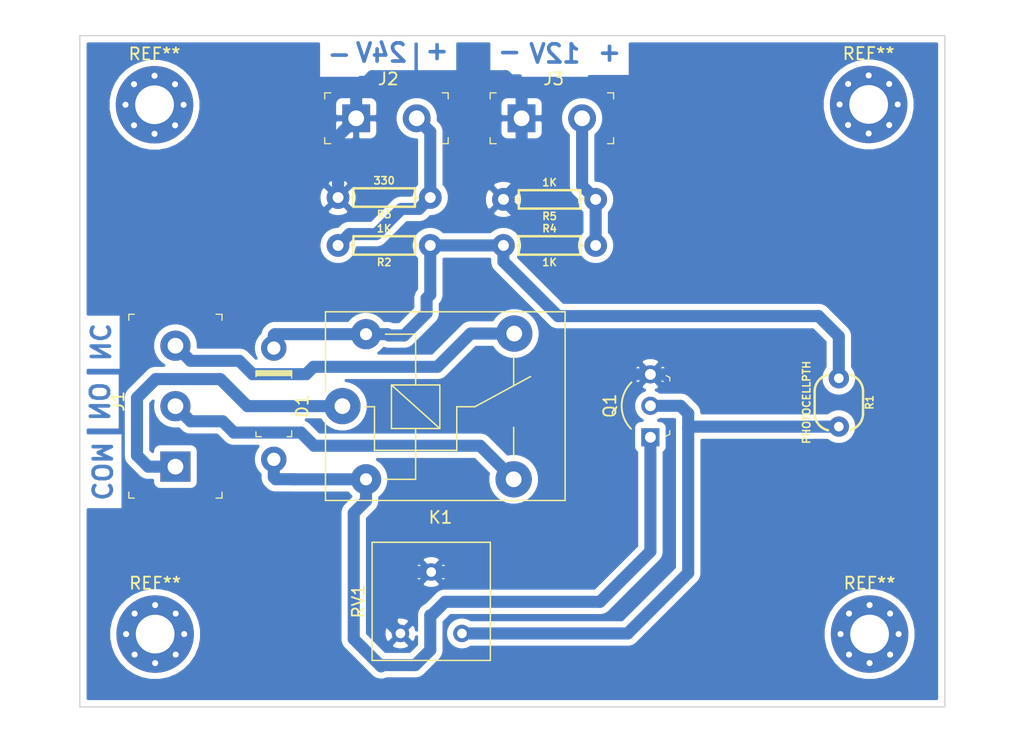
<source format=kicad_pcb>
(kicad_pcb (version 20171130) (host pcbnew "(5.1.2)-2")

  (general
    (thickness 1.6)
    (drawings 13)
    (tracks 110)
    (zones 0)
    (modules 16)
    (nets 10)
  )

  (page A4)
  (title_block
    (title Photoresistor_Gel_Universal_Dispenser)
    (date 2020-03-21)
    (rev R01)
    (company "Company: Universidad Nacional de Asuncion - Facultad Politecnica")
    (comment 1 "Project Name: COVID-19")
    (comment 2 "License: CC BY 4.0")
    (comment 3 "Source: https://farm9.staticflickr.com/8307/8012534618_869988d4d3.jpg")
    (comment 4 "Author: Abdon Troche Rotela")
  )

  (layers
    (0 F.Cu signal)
    (31 B.Cu signal)
    (32 B.Adhes user)
    (33 F.Adhes user)
    (34 B.Paste user)
    (35 F.Paste user)
    (36 B.SilkS user)
    (37 F.SilkS user)
    (38 B.Mask user)
    (39 F.Mask user)
    (40 Dwgs.User user)
    (41 Cmts.User user)
    (42 Eco1.User user)
    (43 Eco2.User user)
    (44 Edge.Cuts user)
    (45 Margin user)
    (46 B.CrtYd user)
    (47 F.CrtYd user)
    (48 B.Fab user)
    (49 F.Fab user)
  )

  (setup
    (last_trace_width 1)
    (user_trace_width 0.6)
    (user_trace_width 0.8)
    (user_trace_width 1)
    (trace_clearance 0.2)
    (zone_clearance 0.508)
    (zone_45_only no)
    (trace_min 0.2)
    (via_size 0.8)
    (via_drill 0.4)
    (via_min_size 0.4)
    (via_min_drill 0.3)
    (uvia_size 0.3)
    (uvia_drill 0.1)
    (uvias_allowed no)
    (uvia_min_size 0.2)
    (uvia_min_drill 0.1)
    (edge_width 0.05)
    (segment_width 0.2)
    (pcb_text_width 0.3)
    (pcb_text_size 1.5 1.5)
    (mod_edge_width 0.12)
    (mod_text_size 1 1)
    (mod_text_width 0.15)
    (pad_size 1.524 1.524)
    (pad_drill 0.762)
    (pad_to_mask_clearance 0.051)
    (solder_mask_min_width 0.25)
    (aux_axis_origin 0 0)
    (visible_elements 7FFFFFFF)
    (pcbplotparams
      (layerselection 0x010fc_ffffffff)
      (usegerberextensions false)
      (usegerberattributes false)
      (usegerberadvancedattributes false)
      (creategerberjobfile false)
      (excludeedgelayer true)
      (linewidth 0.100000)
      (plotframeref false)
      (viasonmask false)
      (mode 1)
      (useauxorigin false)
      (hpglpennumber 1)
      (hpglpenspeed 20)
      (hpglpendiameter 15.000000)
      (psnegative false)
      (psa4output false)
      (plotreference true)
      (plotvalue true)
      (plotinvisibletext false)
      (padsonsilk false)
      (subtractmaskfromsilk false)
      (outputformat 1)
      (mirror false)
      (drillshape 0)
      (scaleselection 1)
      (outputdirectory ""))
  )

  (net 0 "")
  (net 1 "Net-(D1-PadA)")
  (net 2 "Net-(Q1-Pad2)")
  (net 3 VCC)
  (net 4 "Net-(J1-Pad3)")
  (net 5 "Net-(J1-Pad2)")
  (net 6 "Net-(J1-Pad1)")
  (net 7 "Net-(J2-Pad2)")
  (net 8 GND)
  (net 9 "Net-(J3-Pad2)")

  (net_class Default "This is the default net class."
    (clearance 0.2)
    (trace_width 0.25)
    (via_dia 0.8)
    (via_drill 0.4)
    (uvia_dia 0.3)
    (uvia_drill 0.1)
    (add_net GND)
    (add_net "Net-(D1-PadA)")
    (add_net "Net-(J1-Pad1)")
    (add_net "Net-(J1-Pad2)")
    (add_net "Net-(J1-Pad3)")
    (add_net "Net-(J2-Pad2)")
    (add_net "Net-(J3-Pad2)")
    (add_net "Net-(Q1-Pad2)")
    (add_net VCC)
  )

  (module MountingHole:MountingHole_3.2mm_M3_Pad_Via (layer F.Cu) (tedit 56DDBCCA) (tstamp 5E7738FC)
    (at 110.6678 69.2912)
    (descr "Mounting Hole 3.2mm, M3")
    (tags "mounting hole 3.2mm m3")
    (attr virtual)
    (fp_text reference REF** (at 0 -4.2) (layer F.SilkS)
      (effects (font (size 1 1) (thickness 0.15)))
    )
    (fp_text value MountingHole_3.2mm_M3_Pad_Via (at 0 4.2) (layer F.Fab)
      (effects (font (size 1 1) (thickness 0.15)))
    )
    (fp_text user %R (at 0.3 0) (layer F.Fab)
      (effects (font (size 1 1) (thickness 0.15)))
    )
    (fp_circle (center 0 0) (end 3.2 0) (layer Cmts.User) (width 0.15))
    (fp_circle (center 0 0) (end 3.45 0) (layer F.CrtYd) (width 0.05))
    (pad 1 thru_hole circle (at 0 0) (size 6.4 6.4) (drill 3.2) (layers *.Cu *.Mask))
    (pad 1 thru_hole circle (at 2.4 0) (size 0.8 0.8) (drill 0.5) (layers *.Cu *.Mask))
    (pad 1 thru_hole circle (at 1.697056 1.697056) (size 0.8 0.8) (drill 0.5) (layers *.Cu *.Mask))
    (pad 1 thru_hole circle (at 0 2.4) (size 0.8 0.8) (drill 0.5) (layers *.Cu *.Mask))
    (pad 1 thru_hole circle (at -1.697056 1.697056) (size 0.8 0.8) (drill 0.5) (layers *.Cu *.Mask))
    (pad 1 thru_hole circle (at -2.4 0) (size 0.8 0.8) (drill 0.5) (layers *.Cu *.Mask))
    (pad 1 thru_hole circle (at -1.697056 -1.697056) (size 0.8 0.8) (drill 0.5) (layers *.Cu *.Mask))
    (pad 1 thru_hole circle (at 0 -2.4) (size 0.8 0.8) (drill 0.5) (layers *.Cu *.Mask))
    (pad 1 thru_hole circle (at 1.697056 -1.697056) (size 0.8 0.8) (drill 0.5) (layers *.Cu *.Mask))
  )

  (module MountingHole:MountingHole_3.2mm_M3_Pad_Via (layer F.Cu) (tedit 56DDBCCA) (tstamp 5E7738FC)
    (at 110.7186 113.0554)
    (descr "Mounting Hole 3.2mm, M3")
    (tags "mounting hole 3.2mm m3")
    (attr virtual)
    (fp_text reference REF** (at 0 -4.2) (layer F.SilkS)
      (effects (font (size 1 1) (thickness 0.15)))
    )
    (fp_text value MountingHole_3.2mm_M3_Pad_Via (at 0 4.2) (layer F.Fab)
      (effects (font (size 1 1) (thickness 0.15)))
    )
    (fp_text user %R (at 0.3 0) (layer F.Fab)
      (effects (font (size 1 1) (thickness 0.15)))
    )
    (fp_circle (center 0 0) (end 3.2 0) (layer Cmts.User) (width 0.15))
    (fp_circle (center 0 0) (end 3.45 0) (layer F.CrtYd) (width 0.05))
    (pad 1 thru_hole circle (at 0 0) (size 6.4 6.4) (drill 3.2) (layers *.Cu *.Mask))
    (pad 1 thru_hole circle (at 2.4 0) (size 0.8 0.8) (drill 0.5) (layers *.Cu *.Mask))
    (pad 1 thru_hole circle (at 1.697056 1.697056) (size 0.8 0.8) (drill 0.5) (layers *.Cu *.Mask))
    (pad 1 thru_hole circle (at 0 2.4) (size 0.8 0.8) (drill 0.5) (layers *.Cu *.Mask))
    (pad 1 thru_hole circle (at -1.697056 1.697056) (size 0.8 0.8) (drill 0.5) (layers *.Cu *.Mask))
    (pad 1 thru_hole circle (at -2.4 0) (size 0.8 0.8) (drill 0.5) (layers *.Cu *.Mask))
    (pad 1 thru_hole circle (at -1.697056 -1.697056) (size 0.8 0.8) (drill 0.5) (layers *.Cu *.Mask))
    (pad 1 thru_hole circle (at 0 -2.4) (size 0.8 0.8) (drill 0.5) (layers *.Cu *.Mask))
    (pad 1 thru_hole circle (at 1.697056 -1.697056) (size 0.8 0.8) (drill 0.5) (layers *.Cu *.Mask))
  )

  (module MountingHole:MountingHole_3.2mm_M3_Pad_Via (layer F.Cu) (tedit 56DDBCCA) (tstamp 5E7738FC)
    (at 169.7482 113.0554)
    (descr "Mounting Hole 3.2mm, M3")
    (tags "mounting hole 3.2mm m3")
    (attr virtual)
    (fp_text reference REF** (at 0 -4.2) (layer F.SilkS)
      (effects (font (size 1 1) (thickness 0.15)))
    )
    (fp_text value MountingHole_3.2mm_M3_Pad_Via (at 0 4.2) (layer F.Fab)
      (effects (font (size 1 1) (thickness 0.15)))
    )
    (fp_text user %R (at 0.3 0) (layer F.Fab)
      (effects (font (size 1 1) (thickness 0.15)))
    )
    (fp_circle (center 0 0) (end 3.2 0) (layer Cmts.User) (width 0.15))
    (fp_circle (center 0 0) (end 3.45 0) (layer F.CrtYd) (width 0.05))
    (pad 1 thru_hole circle (at 0 0) (size 6.4 6.4) (drill 3.2) (layers *.Cu *.Mask))
    (pad 1 thru_hole circle (at 2.4 0) (size 0.8 0.8) (drill 0.5) (layers *.Cu *.Mask))
    (pad 1 thru_hole circle (at 1.697056 1.697056) (size 0.8 0.8) (drill 0.5) (layers *.Cu *.Mask))
    (pad 1 thru_hole circle (at 0 2.4) (size 0.8 0.8) (drill 0.5) (layers *.Cu *.Mask))
    (pad 1 thru_hole circle (at -1.697056 1.697056) (size 0.8 0.8) (drill 0.5) (layers *.Cu *.Mask))
    (pad 1 thru_hole circle (at -2.4 0) (size 0.8 0.8) (drill 0.5) (layers *.Cu *.Mask))
    (pad 1 thru_hole circle (at -1.697056 -1.697056) (size 0.8 0.8) (drill 0.5) (layers *.Cu *.Mask))
    (pad 1 thru_hole circle (at 0 -2.4) (size 0.8 0.8) (drill 0.5) (layers *.Cu *.Mask))
    (pad 1 thru_hole circle (at 1.697056 -1.697056) (size 0.8 0.8) (drill 0.5) (layers *.Cu *.Mask))
  )

  (module MountingHole:MountingHole_3.2mm_M3_Pad_Via (layer F.Cu) (tedit 56DDBCCA) (tstamp 5E7738FB)
    (at 169.672 69.2658)
    (descr "Mounting Hole 3.2mm, M3")
    (tags "mounting hole 3.2mm m3")
    (attr virtual)
    (fp_text reference REF** (at 0 -4.2) (layer F.SilkS)
      (effects (font (size 1 1) (thickness 0.15)))
    )
    (fp_text value MountingHole_3.2mm_M3_Pad_Via (at 0 4.2) (layer F.Fab)
      (effects (font (size 1 1) (thickness 0.15)))
    )
    (fp_circle (center 0 0) (end 3.45 0) (layer F.CrtYd) (width 0.05))
    (fp_circle (center 0 0) (end 3.2 0) (layer Cmts.User) (width 0.15))
    (fp_text user %R (at 0.3 0) (layer F.Fab)
      (effects (font (size 1 1) (thickness 0.15)))
    )
    (pad 1 thru_hole circle (at 1.697056 -1.697056) (size 0.8 0.8) (drill 0.5) (layers *.Cu *.Mask))
    (pad 1 thru_hole circle (at 0 -2.4) (size 0.8 0.8) (drill 0.5) (layers *.Cu *.Mask))
    (pad 1 thru_hole circle (at -1.697056 -1.697056) (size 0.8 0.8) (drill 0.5) (layers *.Cu *.Mask))
    (pad 1 thru_hole circle (at -2.4 0) (size 0.8 0.8) (drill 0.5) (layers *.Cu *.Mask))
    (pad 1 thru_hole circle (at -1.697056 1.697056) (size 0.8 0.8) (drill 0.5) (layers *.Cu *.Mask))
    (pad 1 thru_hole circle (at 0 2.4) (size 0.8 0.8) (drill 0.5) (layers *.Cu *.Mask))
    (pad 1 thru_hole circle (at 1.697056 1.697056) (size 0.8 0.8) (drill 0.5) (layers *.Cu *.Mask))
    (pad 1 thru_hole circle (at 2.4 0) (size 0.8 0.8) (drill 0.5) (layers *.Cu *.Mask))
    (pad 1 thru_hole circle (at 0 0) (size 6.4 6.4) (drill 3.2) (layers *.Cu *.Mask))
  )

  (module Resistors:AXIAL-0.3 (layer F.Cu) (tedit 200000) (tstamp 5E772E9A)
    (at 143.3068 77.1144 180)
    (descr AXIAL-0.3)
    (tags AXIAL-0.3)
    (path /5E783EC5)
    (attr virtual)
    (fp_text reference R5 (at 0 -1.397) (layer F.SilkS)
      (effects (font (size 0.6096 0.6096) (thickness 0.127)))
    )
    (fp_text value 1K (at 0 1.397) (layer F.SilkS)
      (effects (font (size 0.6096 0.6096) (thickness 0.127)))
    )
    (fp_line (start -2.54 0) (end -2.794 0) (layer F.SilkS) (width 0.2032))
    (fp_line (start 2.54 0) (end 2.794 0) (layer F.SilkS) (width 0.2032))
    (fp_line (start -2.54 0) (end -2.54 -0.762) (layer F.SilkS) (width 0.2032))
    (fp_line (start -2.54 0.762) (end -2.54 0) (layer F.SilkS) (width 0.2032))
    (fp_line (start 2.54 0.762) (end -2.54 0.762) (layer F.SilkS) (width 0.2032))
    (fp_line (start 2.54 0) (end 2.54 0.762) (layer F.SilkS) (width 0.2032))
    (fp_line (start 2.54 -0.762) (end 2.54 0) (layer F.SilkS) (width 0.2032))
    (fp_line (start -2.54 -0.762) (end 2.54 -0.762) (layer F.SilkS) (width 0.2032))
    (pad P$2 thru_hole circle (at 3.81 0 180) (size 1.8796 1.8796) (drill 0.89916) (layers *.Cu *.Mask)
      (net 8 GND) (solder_mask_margin 0.1016))
    (pad P$1 thru_hole circle (at -3.81 0 180) (size 1.8796 1.8796) (drill 0.89916) (layers *.Cu *.Mask)
      (net 9 "Net-(J3-Pad2)") (solder_mask_margin 0.1016))
    (model ${KISYS3DMOD}/Resistor_THT.3dshapes/R_Axial_DIN0204_L3.6mm_D1.6mm_P7.62mm_Horizontal.step
      (offset (xyz -3.8 0 0))
      (scale (xyz 1 1 1))
      (rotate (xyz 0 0 0))
    )
  )

  (module Resistors:AXIAL-0.3 (layer F.Cu) (tedit 200000) (tstamp 5E772E8C)
    (at 143.3068 80.9244)
    (descr AXIAL-0.3)
    (tags AXIAL-0.3)
    (path /5E78170D)
    (attr virtual)
    (fp_text reference R4 (at 0 -1.397) (layer F.SilkS)
      (effects (font (size 0.6096 0.6096) (thickness 0.127)))
    )
    (fp_text value 1K (at 0 1.397) (layer F.SilkS)
      (effects (font (size 0.6096 0.6096) (thickness 0.127)))
    )
    (fp_line (start -2.54 0) (end -2.794 0) (layer F.SilkS) (width 0.2032))
    (fp_line (start 2.54 0) (end 2.794 0) (layer F.SilkS) (width 0.2032))
    (fp_line (start -2.54 0) (end -2.54 -0.762) (layer F.SilkS) (width 0.2032))
    (fp_line (start -2.54 0.762) (end -2.54 0) (layer F.SilkS) (width 0.2032))
    (fp_line (start 2.54 0.762) (end -2.54 0.762) (layer F.SilkS) (width 0.2032))
    (fp_line (start 2.54 0) (end 2.54 0.762) (layer F.SilkS) (width 0.2032))
    (fp_line (start 2.54 -0.762) (end 2.54 0) (layer F.SilkS) (width 0.2032))
    (fp_line (start -2.54 -0.762) (end 2.54 -0.762) (layer F.SilkS) (width 0.2032))
    (pad P$2 thru_hole circle (at 3.81 0) (size 1.8796 1.8796) (drill 0.89916) (layers *.Cu *.Mask)
      (net 9 "Net-(J3-Pad2)") (solder_mask_margin 0.1016))
    (pad P$1 thru_hole circle (at -3.81 0) (size 1.8796 1.8796) (drill 0.89916) (layers *.Cu *.Mask)
      (net 3 VCC) (solder_mask_margin 0.1016))
    (model ${KISYS3DMOD}/Resistor_THT.3dshapes/R_Axial_DIN0204_L3.6mm_D1.6mm_P7.62mm_Horizontal.step
      (offset (xyz -3.8 0 0))
      (scale (xyz 1 1 1))
      (rotate (xyz 0 0 0))
    )
  )

  (module Resistors:AXIAL-0.3 (layer F.Cu) (tedit 200000) (tstamp 5E772E7E)
    (at 129.6416 76.962 180)
    (descr AXIAL-0.3)
    (tags AXIAL-0.3)
    (path /5E784DFF)
    (attr virtual)
    (fp_text reference R3 (at 0 -1.397) (layer F.SilkS)
      (effects (font (size 0.6096 0.6096) (thickness 0.127)))
    )
    (fp_text value 330 (at 0 1.397) (layer F.SilkS)
      (effects (font (size 0.6096 0.6096) (thickness 0.127)))
    )
    (fp_line (start -2.54 0) (end -2.794 0) (layer F.SilkS) (width 0.2032))
    (fp_line (start 2.54 0) (end 2.794 0) (layer F.SilkS) (width 0.2032))
    (fp_line (start -2.54 0) (end -2.54 -0.762) (layer F.SilkS) (width 0.2032))
    (fp_line (start -2.54 0.762) (end -2.54 0) (layer F.SilkS) (width 0.2032))
    (fp_line (start 2.54 0.762) (end -2.54 0.762) (layer F.SilkS) (width 0.2032))
    (fp_line (start 2.54 0) (end 2.54 0.762) (layer F.SilkS) (width 0.2032))
    (fp_line (start 2.54 -0.762) (end 2.54 0) (layer F.SilkS) (width 0.2032))
    (fp_line (start -2.54 -0.762) (end 2.54 -0.762) (layer F.SilkS) (width 0.2032))
    (pad P$2 thru_hole circle (at 3.81 0 180) (size 1.8796 1.8796) (drill 0.89916) (layers *.Cu *.Mask)
      (net 8 GND) (solder_mask_margin 0.1016))
    (pad P$1 thru_hole circle (at -3.81 0 180) (size 1.8796 1.8796) (drill 0.89916) (layers *.Cu *.Mask)
      (net 7 "Net-(J2-Pad2)") (solder_mask_margin 0.1016))
    (model ${KISYS3DMOD}/Resistor_THT.3dshapes/R_Axial_DIN0204_L3.6mm_D1.6mm_P7.62mm_Horizontal.step
      (offset (xyz -3.8 0 0))
      (scale (xyz 1 1 1))
      (rotate (xyz 0 0 0))
    )
  )

  (module Resistors:AXIAL-0.3 (layer F.Cu) (tedit 200000) (tstamp 5E772E70)
    (at 129.6416 80.9244 180)
    (descr AXIAL-0.3)
    (tags AXIAL-0.3)
    (path /5E784684)
    (attr virtual)
    (fp_text reference R2 (at 0 -1.397) (layer F.SilkS)
      (effects (font (size 0.6096 0.6096) (thickness 0.127)))
    )
    (fp_text value 1K (at 0 1.397) (layer F.SilkS)
      (effects (font (size 0.6096 0.6096) (thickness 0.127)))
    )
    (fp_line (start -2.54 0) (end -2.794 0) (layer F.SilkS) (width 0.2032))
    (fp_line (start 2.54 0) (end 2.794 0) (layer F.SilkS) (width 0.2032))
    (fp_line (start -2.54 0) (end -2.54 -0.762) (layer F.SilkS) (width 0.2032))
    (fp_line (start -2.54 0.762) (end -2.54 0) (layer F.SilkS) (width 0.2032))
    (fp_line (start 2.54 0.762) (end -2.54 0.762) (layer F.SilkS) (width 0.2032))
    (fp_line (start 2.54 0) (end 2.54 0.762) (layer F.SilkS) (width 0.2032))
    (fp_line (start 2.54 -0.762) (end 2.54 0) (layer F.SilkS) (width 0.2032))
    (fp_line (start -2.54 -0.762) (end 2.54 -0.762) (layer F.SilkS) (width 0.2032))
    (pad P$2 thru_hole circle (at 3.81 0 180) (size 1.8796 1.8796) (drill 0.89916) (layers *.Cu *.Mask)
      (net 7 "Net-(J2-Pad2)") (solder_mask_margin 0.1016))
    (pad P$1 thru_hole circle (at -3.81 0 180) (size 1.8796 1.8796) (drill 0.89916) (layers *.Cu *.Mask)
      (net 3 VCC) (solder_mask_margin 0.1016))
    (model ${KISYS3DMOD}/Resistor_THT.3dshapes/R_Axial_DIN0204_L3.6mm_D1.6mm_P7.62mm_Horizontal.step
      (offset (xyz -3.8 0 0))
      (scale (xyz 1 1 1))
      (rotate (xyz 0 0 0))
    )
  )

  (module digikey-footprints:Terminal_Block_D1.3mm_P5mm (layer F.Cu) (tedit 5D419995) (tstamp 5E772DD2)
    (at 140.9954 70.4088)
    (descr https://media.digikey.com/pdf/Data%20Sheets/Phoenix%20Contact%20PDFs/1935161.pdf)
    (path /5E775B9D)
    (fp_text reference J3 (at 2.65 -3.25) (layer F.SilkS)
      (effects (font (size 1 1) (thickness 0.15)))
    )
    (fp_text value 12V (at 2.35 3.6) (layer F.Fab)
      (effects (font (size 1 1) (thickness 0.15)))
    )
    (fp_line (start -2.5 -2) (end 7.5 -2) (layer F.Fab) (width 0.1))
    (fp_line (start -2.5 -2) (end -2.5 2) (layer F.Fab) (width 0.1))
    (fp_line (start 7.5 -2) (end 7.5 2) (layer F.Fab) (width 0.1))
    (fp_line (start -2.5 2) (end 7.5 2) (layer F.Fab) (width 0.1))
    (fp_line (start 7.6 -2.1) (end 7.1 -2.1) (layer F.SilkS) (width 0.1))
    (fp_line (start 7.6 -2.1) (end 7.6 -1.6) (layer F.SilkS) (width 0.1))
    (fp_line (start 7.6 2.1) (end 7.6 1.6) (layer F.SilkS) (width 0.1))
    (fp_line (start 7.6 2.1) (end 7.1 2.1) (layer F.SilkS) (width 0.1))
    (fp_line (start -2.6 2.1) (end -2.1 2.1) (layer F.SilkS) (width 0.1))
    (fp_line (start -2.6 2.1) (end -2.6 1.6) (layer F.SilkS) (width 0.1))
    (fp_line (start -2.6 -2.1) (end -2.1 -2.1) (layer F.SilkS) (width 0.1))
    (fp_line (start -2.6 -2.1) (end -2.6 -1.6) (layer F.SilkS) (width 0.1))
    (fp_line (start -2.75 -2.25) (end 7.75 -2.25) (layer F.CrtYd) (width 0.05))
    (fp_line (start -2.75 -2.25) (end -2.75 2.25) (layer F.CrtYd) (width 0.05))
    (fp_line (start -2.75 2.25) (end 7.75 2.25) (layer F.CrtYd) (width 0.05))
    (fp_line (start 7.75 -2.25) (end 7.75 2.25) (layer F.CrtYd) (width 0.05))
    (fp_text user %R (at 2.3 0) (layer F.Fab)
      (effects (font (size 1 1) (thickness 0.15)))
    )
    (pad 2 thru_hole circle (at 5 0) (size 2.3 2.3) (drill 1.3) (layers *.Cu *.Mask)
      (net 9 "Net-(J3-Pad2)"))
    (pad 1 thru_hole rect (at 0 0) (size 2.3 2.3) (drill 1.3) (layers *.Cu *.Mask)
      (net 8 GND))
    (model ${KISYS3DMOD}/Termina_Block_5mm/tb5p-2p_p5_l10_w7-6_h10.stp
      (offset (xyz 2.5 0 5.5))
      (scale (xyz 1 1 1))
      (rotate (xyz -90 0 180))
    )
  )

  (module digikey-footprints:Terminal_Block_D1.3mm_P5mm (layer F.Cu) (tedit 5D419995) (tstamp 5E772DBB)
    (at 127.3302 70.4088)
    (descr https://media.digikey.com/pdf/Data%20Sheets/Phoenix%20Contact%20PDFs/1935161.pdf)
    (path /5E779041)
    (fp_text reference J2 (at 2.65 -3.25) (layer F.SilkS)
      (effects (font (size 1 1) (thickness 0.15)))
    )
    (fp_text value 24V (at 2.35 3.6) (layer F.Fab)
      (effects (font (size 1 1) (thickness 0.15)))
    )
    (fp_line (start -2.5 -2) (end 7.5 -2) (layer F.Fab) (width 0.1))
    (fp_line (start -2.5 -2) (end -2.5 2) (layer F.Fab) (width 0.1))
    (fp_line (start 7.5 -2) (end 7.5 2) (layer F.Fab) (width 0.1))
    (fp_line (start -2.5 2) (end 7.5 2) (layer F.Fab) (width 0.1))
    (fp_line (start 7.6 -2.1) (end 7.1 -2.1) (layer F.SilkS) (width 0.1))
    (fp_line (start 7.6 -2.1) (end 7.6 -1.6) (layer F.SilkS) (width 0.1))
    (fp_line (start 7.6 2.1) (end 7.6 1.6) (layer F.SilkS) (width 0.1))
    (fp_line (start 7.6 2.1) (end 7.1 2.1) (layer F.SilkS) (width 0.1))
    (fp_line (start -2.6 2.1) (end -2.1 2.1) (layer F.SilkS) (width 0.1))
    (fp_line (start -2.6 2.1) (end -2.6 1.6) (layer F.SilkS) (width 0.1))
    (fp_line (start -2.6 -2.1) (end -2.1 -2.1) (layer F.SilkS) (width 0.1))
    (fp_line (start -2.6 -2.1) (end -2.6 -1.6) (layer F.SilkS) (width 0.1))
    (fp_line (start -2.75 -2.25) (end 7.75 -2.25) (layer F.CrtYd) (width 0.05))
    (fp_line (start -2.75 -2.25) (end -2.75 2.25) (layer F.CrtYd) (width 0.05))
    (fp_line (start -2.75 2.25) (end 7.75 2.25) (layer F.CrtYd) (width 0.05))
    (fp_line (start 7.75 -2.25) (end 7.75 2.25) (layer F.CrtYd) (width 0.05))
    (fp_text user %R (at 2.3 0) (layer F.Fab)
      (effects (font (size 1 1) (thickness 0.15)))
    )
    (pad 2 thru_hole circle (at 5 0) (size 2.3 2.3) (drill 1.3) (layers *.Cu *.Mask)
      (net 7 "Net-(J2-Pad2)"))
    (pad 1 thru_hole rect (at 0 0) (size 2.3 2.3) (drill 1.3) (layers *.Cu *.Mask)
      (net 8 GND))
    (model ${KISYS3DMOD}/Termina_Block_5mm/tb5p-2p_p5_l10_w7-6_h10.stp
      (offset (xyz 2.5 0 5.5))
      (scale (xyz 1 1 1))
      (rotate (xyz -90 0 180))
    )
  )

  (module digikey-footprints:Term_Block_1x3_P5mm (layer F.Cu) (tedit 5D4199CF) (tstamp 5E772DA4)
    (at 112.395 99.2124 90)
    (descr http://www.on-shore.com/wp-content/uploads/2015/09/osttcxx0162.pdf)
    (path /5E77B43C)
    (fp_text reference J1 (at 5.4 -4.75 90) (layer F.SilkS)
      (effects (font (size 1 1) (thickness 0.15)))
    )
    (fp_text value OSTTC030162 (at 5.4 4.85 90) (layer F.Fab)
      (effects (font (size 1 1) (thickness 0.15)))
    )
    (fp_line (start -2.5 -3.75) (end -2.5 3.75) (layer F.Fab) (width 0.1))
    (fp_line (start -2.75 -4) (end -2.75 4) (layer F.CrtYd) (width 0.05))
    (fp_line (start 12.5 -3.75) (end -2.5 -3.75) (layer F.Fab) (width 0.1))
    (fp_line (start 12.5 3.75) (end -2.5 3.75) (layer F.Fab) (width 0.1))
    (fp_line (start 12.5 -3.75) (end 12.5 3.75) (layer F.Fab) (width 0.1))
    (fp_line (start -2.75 4) (end 12.75 4) (layer F.CrtYd) (width 0.05))
    (fp_line (start 12.75 -4) (end 12.75 4) (layer F.CrtYd) (width 0.05))
    (fp_line (start -2.75 -4) (end 12.75 -4) (layer F.CrtYd) (width 0.05))
    (fp_line (start 12.6 -3.85) (end 12.1 -3.85) (layer F.SilkS) (width 0.1))
    (fp_line (start 12.6 -3.85) (end 12.6 -3.4) (layer F.SilkS) (width 0.1))
    (fp_line (start -2.6 -3.85) (end -2.6 -3.4) (layer F.SilkS) (width 0.1))
    (fp_line (start -2.6 -3.85) (end -2.1 -3.85) (layer F.SilkS) (width 0.1))
    (fp_line (start -2.6 3.85) (end -2.1 3.85) (layer F.SilkS) (width 0.1))
    (fp_line (start -2.6 3.85) (end -2.6 3.35) (layer F.SilkS) (width 0.1))
    (fp_line (start 12.6 3.85) (end 12.6 3.35) (layer F.SilkS) (width 0.1))
    (fp_line (start 12.6 3.85) (end 12.1 3.85) (layer F.SilkS) (width 0.1))
    (fp_text user %R (at 5 0.05 90) (layer F.Fab)
      (effects (font (size 1 1) (thickness 0.15)))
    )
    (pad 3 thru_hole circle (at 10 0 90) (size 2.5 2.5) (drill 1.3) (layers *.Cu *.Mask)
      (net 4 "Net-(J1-Pad3)"))
    (pad 2 thru_hole circle (at 5 0 90) (size 2.5 2.5) (drill 1.3) (layers *.Cu *.Mask)
      (net 5 "Net-(J1-Pad2)"))
    (pad 1 thru_hole rect (at 0 0 90) (size 2.5 2.5) (drill 1.3) (layers *.Cu *.Mask)
      (net 6 "Net-(J1-Pad1)"))
    (model ${KISYS3DMOD}/Termina_Block_5mm/tb5p-3p_p5_l15_w7-6_h10.stp
      (offset (xyz 5 0 5.5))
      (scale (xyz 1 1 1))
      (rotate (xyz -90 0 180))
    )
  )

  (module Potentiometer_THT:Potentiometer_Bourns_3386F_Vertical (layer F.Cu) (tedit 5AA07388) (tstamp 5E772BDF)
    (at 136.0678 113.0046 90)
    (descr "Potentiometer, vertical, Bourns 3386F, https://www.bourns.com/pdfs/3386.pdf")
    (tags "Potentiometer vertical Bourns 3386F")
    (path /5E76D825)
    (fp_text reference RV1 (at 2.655 -8.555 90) (layer F.SilkS)
      (effects (font (size 1 1) (thickness 0.15)))
    )
    (fp_text value 10K (at 2.655 3.475 90) (layer F.Fab)
      (effects (font (size 1 1) (thickness 0.15)))
    )
    (fp_text user %R (at -1.11 -2.54) (layer F.Fab)
      (effects (font (size 1 1) (thickness 0.15)))
    )
    (fp_line (start 7.67 -7.56) (end -2.36 -7.56) (layer F.CrtYd) (width 0.05))
    (fp_line (start 7.67 2.48) (end 7.67 -7.56) (layer F.CrtYd) (width 0.05))
    (fp_line (start -2.36 2.48) (end 7.67 2.48) (layer F.CrtYd) (width 0.05))
    (fp_line (start -2.36 -7.56) (end -2.36 2.48) (layer F.CrtYd) (width 0.05))
    (fp_line (start 7.54 -7.425) (end 7.54 2.345) (layer F.SilkS) (width 0.12))
    (fp_line (start -2.23 -7.425) (end -2.23 2.345) (layer F.SilkS) (width 0.12))
    (fp_line (start -2.23 2.345) (end 7.54 2.345) (layer F.SilkS) (width 0.12))
    (fp_line (start -2.23 -7.425) (end 7.54 -7.425) (layer F.SilkS) (width 0.12))
    (fp_line (start 1.781 -0.98) (end 1.781 -4.099) (layer F.Fab) (width 0.1))
    (fp_line (start 1.781 -0.98) (end 1.781 -4.099) (layer F.Fab) (width 0.1))
    (fp_line (start 7.42 -7.305) (end -2.11 -7.305) (layer F.Fab) (width 0.1))
    (fp_line (start 7.42 2.225) (end 7.42 -7.305) (layer F.Fab) (width 0.1))
    (fp_line (start -2.11 2.225) (end 7.42 2.225) (layer F.Fab) (width 0.1))
    (fp_line (start -2.11 -7.305) (end -2.11 2.225) (layer F.Fab) (width 0.1))
    (fp_circle (center 1.781 -2.54) (end 3.356 -2.54) (layer F.Fab) (width 0.1))
    (pad 1 thru_hole circle (at 0 0 90) (size 1.44 1.44) (drill 0.8) (layers *.Cu *.Mask)
      (net 2 "Net-(Q1-Pad2)"))
    (pad 2 thru_hole circle (at 5.08 -2.54 90) (size 1.44 1.44) (drill 0.8) (layers *.Cu *.Mask)
      (net 8 GND))
    (pad 3 thru_hole circle (at 0 -5.08 90) (size 1.44 1.44) (drill 0.8) (layers *.Cu *.Mask)
      (net 8 GND))
    (model "${KISYS3DMOD}/Trimpot/trimpot-potentiometers-1.snapshot.17/Trimpot Horiz 5mm.step"
      (offset (xyz 2.5 2.5 0))
      (scale (xyz 1 1 1))
      (rotate (xyz 90 180 -90))
    )
  )

  (module Silicon-Custom:PHOTOCELL (layer F.Cu) (tedit 200000) (tstamp 5E771354)
    (at 167.2082 93.9038 270)
    (descr "CDS PHOTOCOUNDUCTIVE PHOTOCELL (PTH)")
    (tags "CDS PHOTOCOUNDUCTIVE PHOTOCELL (PTH)")
    (path /5E76FC84)
    (attr virtual)
    (fp_text reference R1 (at 0 -2.54 90) (layer F.SilkS)
      (effects (font (size 0.6096 0.6096) (thickness 0.127)))
    )
    (fp_text value PHOTOCELLPTH (at 0 2.667 90) (layer F.SilkS)
      (effects (font (size 0.6096 0.6096) (thickness 0.127)))
    )
    (fp_arc (start -0.89916 0.56388) (end -0.99822 1.99898) (angle 72.5) (layer F.SilkS) (width 0.2032))
    (fp_arc (start 0.89916 -0.56388) (end 0.99822 -1.99898) (angle 72.5) (layer F.SilkS) (width 0.2032))
    (fp_arc (start 0.89916 0.56388) (end 2.2987 0.89916) (angle 72.5) (layer F.SilkS) (width 0.2032))
    (fp_arc (start -0.89916 -0.56388) (end -2.2987 -0.89916) (angle 72.5) (layer F.SilkS) (width 0.2032))
    (fp_line (start 0.99822 1.99898) (end -0.99822 1.99898) (layer F.SilkS) (width 0.2032))
    (fp_line (start -0.99822 -1.99898) (end 0.99822 -1.99898) (layer F.SilkS) (width 0.2032))
    (pad 2 thru_hole circle (at 1.99898 0 270) (size 1.6764 1.6764) (drill 0.79756) (layers *.Cu *.Mask)
      (net 2 "Net-(Q1-Pad2)") (solder_mask_margin 0.1016))
    (pad 1 thru_hole circle (at -1.99898 0 270) (size 1.6764 1.6764) (drill 0.79756) (layers *.Cu *.Mask)
      (net 3 VCC) (solder_mask_margin 0.1016))
    (model "${KISYS3DMOD}/Photoresistor/GL5549 Photoresistor v2.step"
      (offset (xyz 0 0 29))
      (scale (xyz 1.3 1.3 1.3))
      (rotate (xyz 0 0 0))
    )
  )

  (module digikey-footprints:TO-92-3_Formed_Leads (layer F.Cu) (tedit 5AF4B307) (tstamp 5E771348)
    (at 151.638 96.7832 90)
    (descr http://www.ti.com/lit/ds/symlink/tl431a.pdf)
    (path /5E76BB60)
    (fp_text reference Q1 (at 2.6 -3.35 90) (layer F.SilkS)
      (effects (font (size 1 1) (thickness 0.15)))
    )
    (fp_text value BC548CTA (at 2.6 2.5 90) (layer F.Fab)
      (effects (font (size 1 1) (thickness 0.15)))
    )
    (fp_text user %R (at 2.6 -1.25 270) (layer F.Fab)
      (effects (font (size 0.75 0.75) (thickness 0.15)))
    )
    (fp_line (start 0.25 1.6) (end 0.1 1.3) (layer F.SilkS) (width 0.1))
    (fp_line (start 0.55 1.6) (end 0.25 1.6) (layer F.SilkS) (width 0.1))
    (fp_line (start 4.95 1.6) (end 4.65 1.6) (layer F.SilkS) (width 0.1))
    (fp_line (start 4.95 1.6) (end 5.1 1.3) (layer F.SilkS) (width 0.1))
    (fp_line (start 6.2 1.75) (end 6.2 -2.5) (layer F.CrtYd) (width 0.05))
    (fp_line (start -1 1.75) (end -1 -2.5) (layer F.CrtYd) (width 0.05))
    (fp_line (start -1 1.7) (end 6.2 1.7) (layer F.CrtYd) (width 0.05))
    (fp_line (start -1 -2.5) (end 6.2 -2.5) (layer F.CrtYd) (width 0.05))
    (fp_arc (start 2.6 0.3) (end 2.6 -2.3) (angle 90) (layer F.Fab) (width 0.15))
    (fp_arc (start 2.6 0.3) (end 0 0.3) (angle 90) (layer F.Fab) (width 0.15))
    (fp_arc (start 2.6 0.3) (end 3.8 -2) (angle 90) (layer F.Fab) (width 0.15))
    (fp_arc (start 2.6 0.3) (end 0.3 1.5) (angle 90) (layer F.Fab) (width 0.15))
    (fp_line (start 4.9 1.5) (end 0.3 1.5) (layer F.Fab) (width 0.15))
    (fp_arc (start 2.6 0.35) (end 0.7 -1.6) (angle 90) (layer F.SilkS) (width 0.15))
    (pad 1 thru_hole rect (at 0 0 270) (size 1.5 1.5) (drill 0.9) (layers *.Cu *.Mask)
      (net 1 "Net-(D1-PadA)"))
    (pad 3 thru_hole circle (at 5.2 0 270) (size 1.5 1.5) (drill 0.9) (layers *.Cu *.Mask)
      (net 8 GND))
    (pad 2 thru_hole circle (at 2.6 0 270) (size 1.5 1.5) (drill 0.9) (layers *.Cu *.Mask)
      (net 2 "Net-(Q1-Pad2)"))
    (model ${KISYS3DMOD}/Package_TO_SOT_THT.3dshapes/TO-92_Inline_Wide.wrl
      (at (xyz 0 0 0))
      (scale (xyz 1 1 1))
      (rotate (xyz 0 0 0))
    )
  )

  (module Relay_THT:Relay_SPDT_SANYOU_SRD_Series_Form_C (layer F.Cu) (tedit 58FA3148) (tstamp 5E771332)
    (at 126.1914 94.2094)
    (descr "relay Sanyou SRD series Form C http://www.sanyourelay.ca/public/products/pdf/SRD.pdf")
    (tags "relay Sanyu SRD form C")
    (path /5E775446)
    (fp_text reference K1 (at 8.1 9.2) (layer F.SilkS)
      (effects (font (size 1 1) (thickness 0.15)))
    )
    (fp_text value SANYOU_SRD_Form_C (at 8 -9.6) (layer F.Fab)
      (effects (font (size 1 1) (thickness 0.15)))
    )
    (fp_line (start 8.05 1.85) (end 4.05 1.85) (layer F.SilkS) (width 0.12))
    (fp_line (start 8.05 -1.75) (end 8.05 1.85) (layer F.SilkS) (width 0.12))
    (fp_line (start 4.05 -1.75) (end 8.05 -1.75) (layer F.SilkS) (width 0.12))
    (fp_line (start 4.05 1.85) (end 4.05 -1.75) (layer F.SilkS) (width 0.12))
    (fp_line (start 8.05 1.85) (end 4.05 -1.75) (layer F.SilkS) (width 0.12))
    (fp_line (start 6.05 1.85) (end 6.05 6.05) (layer F.SilkS) (width 0.12))
    (fp_line (start 6.05 -5.95) (end 6.05 -1.75) (layer F.SilkS) (width 0.12))
    (fp_line (start 2.65 0.05) (end 2.65 3.65) (layer F.SilkS) (width 0.12))
    (fp_line (start 9.45 0.05) (end 9.45 3.65) (layer F.SilkS) (width 0.12))
    (fp_line (start 9.45 3.65) (end 2.65 3.65) (layer F.SilkS) (width 0.12))
    (fp_line (start 10.95 0.05) (end 15.55 -2.45) (layer F.SilkS) (width 0.12))
    (fp_line (start 9.45 0.05) (end 10.95 0.05) (layer F.SilkS) (width 0.12))
    (fp_line (start 6.05 -5.95) (end 3.55 -5.95) (layer F.SilkS) (width 0.12))
    (fp_line (start 2.65 0.05) (end 1.85 0.05) (layer F.SilkS) (width 0.12))
    (fp_line (start 3.55 6.05) (end 6.05 6.05) (layer F.SilkS) (width 0.12))
    (fp_line (start 14.15 -4.2) (end 14.15 -1.7) (layer F.SilkS) (width 0.12))
    (fp_line (start 14.15 4.2) (end 14.15 1.75) (layer F.SilkS) (width 0.12))
    (fp_line (start -1.55 7.95) (end 18.55 7.95) (layer F.CrtYd) (width 0.05))
    (fp_line (start 18.55 -7.95) (end 18.55 7.95) (layer F.CrtYd) (width 0.05))
    (fp_line (start -1.55 7.95) (end -1.55 -7.95) (layer F.CrtYd) (width 0.05))
    (fp_line (start 18.55 -7.95) (end -1.55 -7.95) (layer F.CrtYd) (width 0.05))
    (fp_text user %R (at 7.1 0.025) (layer F.Fab)
      (effects (font (size 1 1) (thickness 0.15)))
    )
    (fp_line (start -1.3 7.7) (end -1.3 -7.7) (layer F.Fab) (width 0.12))
    (fp_line (start 18.3 7.7) (end -1.3 7.7) (layer F.Fab) (width 0.12))
    (fp_line (start 18.3 -7.7) (end 18.3 7.7) (layer F.Fab) (width 0.12))
    (fp_line (start -1.3 -7.7) (end 18.3 -7.7) (layer F.Fab) (width 0.12))
    (fp_text user 1 (at 0 -2.3) (layer F.Fab)
      (effects (font (size 1 1) (thickness 0.15)))
    )
    (fp_line (start 18.4 7.8) (end -1.4 7.8) (layer F.SilkS) (width 0.12))
    (fp_line (start 18.4 -7.8) (end 18.4 7.8) (layer F.SilkS) (width 0.12))
    (fp_line (start -1.4 -7.8) (end 18.4 -7.8) (layer F.SilkS) (width 0.12))
    (fp_line (start -1.4 -7.8) (end -1.4 -1.2) (layer F.SilkS) (width 0.12))
    (fp_line (start -1.4 1.2) (end -1.4 7.8) (layer F.SilkS) (width 0.12))
    (pad 1 thru_hole circle (at 0 0 90) (size 3 3) (drill 1.3) (layers *.Cu *.Mask)
      (net 6 "Net-(J1-Pad1)"))
    (pad 5 thru_hole circle (at 1.95 -5.95 90) (size 2.5 2.5) (drill 1) (layers *.Cu *.Mask)
      (net 3 VCC))
    (pad 4 thru_hole circle (at 14.2 -6 90) (size 3 3) (drill 1.3) (layers *.Cu *.Mask)
      (net 4 "Net-(J1-Pad3)"))
    (pad 3 thru_hole circle (at 14.15 6.05 90) (size 3 3) (drill 1.3) (layers *.Cu *.Mask)
      (net 5 "Net-(J1-Pad2)"))
    (pad 2 thru_hole circle (at 1.95 6.05 90) (size 2.5 2.5) (drill 1) (layers *.Cu *.Mask)
      (net 1 "Net-(D1-PadA)"))
    (model "${KISYS3DMOD}/Relay_THT.3dshapes/Relay - SRD-03VDC-SL-C.stp"
      (offset (xyz 8 0 0))
      (scale (xyz 1 1 1))
      (rotate (xyz 0 0 180))
    )
  )

  (module digikey-footprints:DO-41 (layer F.Cu) (tedit 5AD0ADB9) (tstamp 5E771309)
    (at 120.523 89.408 270)
    (path /5E7717A3)
    (fp_text reference D1 (at 4.8133 -2.34696 90) (layer F.SilkS)
      (effects (font (size 1 1) (thickness 0.15)))
    )
    (fp_text value 1N4007-T_NRND (at 4.65074 2.47396 90) (layer F.Fab)
      (effects (font (size 1 1) (thickness 0.15)))
    )
    (fp_line (start 2.275 -1.475) (end 2.275 1.475) (layer F.SilkS) (width 0.1))
    (fp_line (start 2.175 -1.475) (end 2.175 1.475) (layer F.SilkS) (width 0.1))
    (fp_line (start 2.075 -1.475) (end 2.075 1.475) (layer F.SilkS) (width 0.1))
    (fp_line (start 1.975 -1.475) (end 1.975 1.475) (layer F.SilkS) (width 0.1))
    (fp_line (start 2 -1.35) (end 2 1.35) (layer F.Fab) (width 0.1))
    (fp_line (start 2 1.35) (end 7.2 1.35) (layer F.Fab) (width 0.1))
    (fp_line (start 7.2 -1.35) (end 7.2 1.35) (layer F.Fab) (width 0.1))
    (fp_line (start 7.2 -1.35) (end 2 -1.35) (layer F.Fab) (width 0.1))
    (fp_line (start 7.325 -1.475) (end 7.325 -1.1) (layer F.SilkS) (width 0.1))
    (fp_line (start 6.825 -1.475) (end 7.325 -1.475) (layer F.SilkS) (width 0.1))
    (fp_line (start 7.325 1.475) (end 6.925 1.475) (layer F.SilkS) (width 0.1))
    (fp_line (start 7.325 1.025) (end 7.325 1.475) (layer F.SilkS) (width 0.1))
    (fp_line (start 1.875 -1.475) (end 1.875 1.475) (layer F.SilkS) (width 0.1))
    (fp_line (start 2.475 -1.475) (end 1.875 -1.475) (layer F.SilkS) (width 0.1))
    (fp_line (start 1.875 1.475) (end 2.375 1.475) (layer F.SilkS) (width 0.1))
    (fp_text user %R (at 4.725 0.075 90) (layer F.Fab)
      (effects (font (size 1 1) (thickness 0.15)))
    )
    (fp_line (start 10.5 -1.65) (end 10.5 1.65) (layer F.CrtYd) (width 0.05))
    (fp_line (start 10.5 1.65) (end -1.3 1.65) (layer F.CrtYd) (width 0.05))
    (fp_line (start 10.5 -1.65) (end -1.3 -1.65) (layer F.CrtYd) (width 0.05))
    (fp_line (start -1.3 -1.65) (end -1.3 1.65) (layer F.CrtYd) (width 0.05))
    (pad A thru_hole circle (at 9.2 0 270) (size 2.1 2.1) (drill 1.1) (layers *.Cu *.Mask)
      (net 1 "Net-(D1-PadA)"))
    (pad K thru_hole circle (at 0 0 270) (size 2.1 2.1) (drill 1.1) (layers *.Cu *.Mask)
      (net 3 VCC))
    (model ${KISYS3DMOD}/Diode_THT.3dshapes/D_DO-41_SOD81_P12.70mm_Horizontal.step
      (at (xyz 0 0 0))
      (scale (xyz 0.72 0.72 0.72))
      (rotate (xyz 0 0 0))
    )
  )

  (gr_text NC (at 106.1212 88.9254 270) (layer B.Cu)
    (effects (font (size 1.5 1.5) (thickness 0.3)) (justify mirror))
  )
  (gr_text NO (at 106.045 93.8276 270) (layer B.Cu)
    (effects (font (size 1.5 1.5) (thickness 0.3)) (justify mirror))
  )
  (gr_text COM (at 106.2736 99.5934 270) (layer B.Cu)
    (effects (font (size 1.5 1.5) (thickness 0.3)) (justify mirror))
  )
  (gr_text - (at 125.9332 65.0748) (layer B.Cu)
    (effects (font (size 1.5 1.5) (thickness 0.3)) (justify mirror))
  )
  (gr_text "-\n" (at 140.0048 64.8716) (layer B.Cu)
    (effects (font (size 1.5 1.5) (thickness 0.3)) (justify mirror))
  )
  (gr_text + (at 148.2598 64.9224) (layer B.Cu)
    (effects (font (size 1.5 1.5) (thickness 0.3)) (justify mirror))
  )
  (gr_text + (at 134.0104 64.7954) (layer B.Cu)
    (effects (font (size 1.5 1.5) (thickness 0.3)) (justify mirror))
  )
  (gr_text 12V (at 143.7386 65.0748) (layer B.Cu)
    (effects (font (size 1.5 1.5) (thickness 0.3)) (justify mirror))
  )
  (gr_text 24V (at 129.413 64.9986) (layer B.Cu)
    (effects (font (size 1.5 1.5) (thickness 0.3)) (justify mirror))
  )
  (gr_line (start 175.9712 119.0752) (end 104.4956 119.0752) (layer Edge.Cuts) (width 0.1))
  (gr_line (start 175.9712 63.5762) (end 175.9712 119.0752) (layer Edge.Cuts) (width 0.1))
  (gr_line (start 104.4956 63.5762) (end 175.9712 63.5762) (layer Edge.Cuts) (width 0.1))
  (gr_line (start 104.4956 119.0752) (end 104.4956 63.5762) (layer Edge.Cuts) (width 0.1))

  (segment (start 120.523 100.092924) (end 120.683876 100.2538) (width 1) (layer B.Cu) (net 1))
  (segment (start 120.523 98.608) (end 120.523 100.092924) (width 1) (layer B.Cu) (net 1))
  (segment (start 120.683876 100.2538) (end 122.1994 100.2538) (width 1) (layer B.Cu) (net 1))
  (segment (start 122.205 100.2594) (end 128.1414 100.2594) (width 1) (layer B.Cu) (net 1))
  (segment (start 122.1994 100.2538) (end 122.205 100.2594) (width 1) (layer B.Cu) (net 1))
  (segment (start 151.638 106.2228) (end 151.638 96.7832) (width 1) (layer B.Cu) (net 1))
  (segment (start 134.6708 110.3884) (end 147.4724 110.3884) (width 1) (layer B.Cu) (net 1))
  (segment (start 133.5532 111.506) (end 134.6708 110.3884) (width 1) (layer B.Cu) (net 1))
  (segment (start 133.4516 111.506) (end 133.5532 111.506) (width 1) (layer B.Cu) (net 1))
  (segment (start 133.4516 114.3762) (end 133.4516 111.506) (width 1) (layer B.Cu) (net 1))
  (segment (start 132.207 115.6208) (end 133.4516 114.3762) (width 1) (layer B.Cu) (net 1))
  (segment (start 147.4724 110.3884) (end 151.638 106.2228) (width 1) (layer B.Cu) (net 1))
  (segment (start 128.1414 102.027166) (end 127.127 103.041566) (width 1) (layer B.Cu) (net 1))
  (segment (start 128.1414 100.2594) (end 128.1414 102.027166) (width 1) (layer B.Cu) (net 1))
  (segment (start 127.127 103.041566) (end 127.127 113.4618) (width 1) (layer B.Cu) (net 1))
  (segment (start 127.127 113.4618) (end 129.3876 115.7224) (width 1) (layer B.Cu) (net 1))
  (segment (start 129.3876 115.7224) (end 129.4892 115.6208) (width 1) (layer B.Cu) (net 1))
  (segment (start 129.4892 115.6208) (end 132.207 115.6208) (width 1) (layer B.Cu) (net 1))
  (segment (start 154.1272 94.1832) (end 151.638 94.1832) (width 1) (layer B.Cu) (net 2))
  (segment (start 154.7622 94.8182) (end 154.1272 94.1832) (width 1) (layer B.Cu) (net 2))
  (segment (start 136.0678 113.0046) (end 149.7584 113.0046) (width 1) (layer B.Cu) (net 2))
  (segment (start 149.7584 113.0046) (end 154.7622 108.0008) (width 1) (layer B.Cu) (net 2))
  (segment (start 154.84602 95.90278) (end 154.7622 95.9866) (width 1) (layer B.Cu) (net 2))
  (segment (start 167.2082 95.90278) (end 154.84602 95.90278) (width 1) (layer B.Cu) (net 2))
  (segment (start 154.7622 108.0008) (end 154.7622 95.9866) (width 1) (layer B.Cu) (net 2))
  (segment (start 154.7622 95.9866) (end 154.7622 94.8182) (width 1) (layer B.Cu) (net 2))
  (segment (start 120.523 89.408) (end 120.523 88.3412) (width 1) (layer B.Cu) (net 3))
  (segment (start 120.6048 88.2594) (end 128.1414 88.2594) (width 1) (layer B.Cu) (net 3))
  (segment (start 120.523 88.3412) (end 120.6048 88.2594) (width 1) (layer B.Cu) (net 3))
  (segment (start 129.909166 88.2594) (end 130.016366 88.3666) (width 1) (layer B.Cu) (net 3))
  (segment (start 128.1414 88.2594) (end 129.909166 88.2594) (width 1) (layer B.Cu) (net 3))
  (segment (start 130.016366 88.3666) (end 131.2926 88.3666) (width 1) (layer B.Cu) (net 3))
  (segment (start 131.2926 88.3666) (end 133.1468 86.5124) (width 1) (layer B.Cu) (net 3))
  (segment (start 133.1468 86.5124) (end 133.1468 85.2932) (width 1) (layer B.Cu) (net 3))
  (segment (start 133.4516 84.9884) (end 133.4516 80.9244) (width 1) (layer B.Cu) (net 3))
  (segment (start 133.1468 85.2932) (end 133.4516 84.9884) (width 1) (layer B.Cu) (net 3))
  (segment (start 133.4516 80.9244) (end 139.4968 80.9244) (width 1) (layer B.Cu) (net 3))
  (segment (start 167.2082 88.4428) (end 167.2082 91.90482) (width 1) (layer B.Cu) (net 3))
  (segment (start 165.5318 86.7664) (end 167.2082 88.4428) (width 1) (layer B.Cu) (net 3))
  (segment (start 144.009723 86.7664) (end 165.5318 86.7664) (width 1) (layer B.Cu) (net 3))
  (segment (start 139.4968 80.9244) (end 139.4968 82.253477) (width 1) (layer B.Cu) (net 3))
  (segment (start 139.4968 82.253477) (end 144.009723 86.7664) (width 1) (layer B.Cu) (net 3))
  (segment (start 136.7838 88.2094) (end 140.3914 88.2094) (width 1) (layer B.Cu) (net 4))
  (segment (start 134.0358 90.9574) (end 136.7838 88.2094) (width 1) (layer B.Cu) (net 4))
  (segment (start 113.644999 90.462399) (end 117.665799 90.462399) (width 1) (layer B.Cu) (net 4))
  (segment (start 112.395 89.2124) (end 113.644999 90.462399) (width 1) (layer B.Cu) (net 4))
  (segment (start 117.665799 90.462399) (end 118.7704 91.567) (width 1) (layer B.Cu) (net 4))
  (segment (start 118.7704 91.567) (end 123.19 91.567) (width 1) (layer B.Cu) (net 4))
  (segment (start 123.19 91.567) (end 123.7996 90.9574) (width 1) (layer B.Cu) (net 4))
  (segment (start 123.7996 90.9574) (end 134.0358 90.9574) (width 1) (layer B.Cu) (net 4))
  (segment (start 137.5672 97.4852) (end 140.3414 100.2594) (width 1) (layer B.Cu) (net 5))
  (segment (start 113.644999 95.462399) (end 116.290399 95.462399) (width 1) (layer B.Cu) (net 5))
  (segment (start 112.395 94.2124) (end 113.644999 95.462399) (width 1) (layer B.Cu) (net 5))
  (segment (start 116.290399 95.462399) (end 117.221 96.393) (width 1) (layer B.Cu) (net 5))
  (segment (start 117.221 96.393) (end 122.7582 96.393) (width 1) (layer B.Cu) (net 5))
  (segment (start 122.7582 96.393) (end 123.8504 97.4852) (width 1) (layer B.Cu) (net 5))
  (segment (start 123.8504 97.4852) (end 137.5672 97.4852) (width 1) (layer B.Cu) (net 5))
  (segment (start 112.395 99.2124) (end 112.6998 99.2124) (width 1) (layer B.Cu) (net 6))
  (segment (start 110.145 99.2124) (end 109.22 98.2874) (width 1) (layer B.Cu) (net 6))
  (segment (start 112.395 99.2124) (end 110.145 99.2124) (width 1) (layer B.Cu) (net 6))
  (segment (start 109.22 98.2874) (end 109.22 93.5228) (width 1) (layer B.Cu) (net 6))
  (segment (start 109.22 93.5228) (end 110.7694 91.9734) (width 1) (layer B.Cu) (net 6))
  (segment (start 110.7694 91.9734) (end 116.1034 91.9734) (width 1) (layer B.Cu) (net 6))
  (segment (start 118.3394 94.2094) (end 126.1914 94.2094) (width 1) (layer B.Cu) (net 6))
  (segment (start 116.1034 91.9734) (end 118.3394 94.2094) (width 1) (layer B.Cu) (net 6))
  (segment (start 132.511801 77.901799) (end 133.4516 76.962) (width 1) (layer B.Cu) (net 7))
  (segment (start 131.064 77.9018) (end 132.511801 77.901799) (width 1) (layer B.Cu) (net 7))
  (segment (start 128.981199 79.984601) (end 131.064 77.9018) (width 1) (layer B.Cu) (net 7))
  (segment (start 125.8316 80.9244) (end 126.771399 79.984601) (width 1) (layer B.Cu) (net 7))
  (segment (start 126.771399 79.984601) (end 128.981199 79.984601) (width 1) (layer B.Cu) (net 7))
  (segment (start 133.4516 71.5302) (end 132.3302 70.4088) (width 1) (layer B.Cu) (net 7))
  (segment (start 133.4516 76.962) (end 133.4516 71.5302) (width 1) (layer B.Cu) (net 7))
  (segment (start 130.267801 112.284601) (end 130.267801 108.441399) (width 1) (layer B.Cu) (net 8))
  (segment (start 130.9878 113.0046) (end 130.267801 112.284601) (width 1) (layer B.Cu) (net 8))
  (segment (start 130.267801 108.441399) (end 131.0386 107.6706) (width 1) (layer B.Cu) (net 8))
  (segment (start 131.2926 107.9246) (end 133.5278 107.9246) (width 1) (layer B.Cu) (net 8))
  (segment (start 131.0386 107.6706) (end 131.2926 107.9246) (width 1) (layer B.Cu) (net 8))
  (segment (start 133.5278 107.9246) (end 138.4046 107.9246) (width 1) (layer B.Cu) (net 8))
  (segment (start 138.4046 107.9246) (end 144.653 101.6762) (width 1) (layer B.Cu) (net 8))
  (segment (start 144.653 101.6762) (end 144.653 93.0148) (width 1) (layer B.Cu) (net 8))
  (segment (start 144.653 93.0148) (end 146.1516 91.5162) (width 1) (layer B.Cu) (net 8))
  (segment (start 146.2186 91.5832) (end 151.638 91.5832) (width 1) (layer B.Cu) (net 8))
  (segment (start 146.1516 91.5162) (end 146.2186 91.5832) (width 1) (layer B.Cu) (net 8))
  (segment (start 125.8316 71.9074) (end 127.3302 70.4088) (width 1) (layer B.Cu) (net 8))
  (segment (start 125.8316 76.962) (end 125.8316 71.9074) (width 1) (layer B.Cu) (net 8))
  (segment (start 140.9954 68.2588) (end 140.9954 70.4088) (width 1) (layer B.Cu) (net 8))
  (segment (start 139.6656 66.929) (end 140.9954 68.2588) (width 1) (layer B.Cu) (net 8))
  (segment (start 128.66 66.929) (end 139.6656 66.929) (width 1) (layer B.Cu) (net 8))
  (segment (start 127.3302 68.2588) (end 128.66 66.929) (width 1) (layer B.Cu) (net 8))
  (segment (start 127.3302 70.4088) (end 127.3302 68.2588) (width 1) (layer B.Cu) (net 8))
  (segment (start 140.9954 75.6158) (end 139.4968 77.1144) (width 1) (layer B.Cu) (net 8))
  (segment (start 140.9954 70.4088) (end 140.9954 75.6158) (width 1) (layer B.Cu) (net 8))
  (segment (start 142.9766 79.6544) (end 141.351 78.0288) (width 1) (layer B.Cu) (net 8))
  (segment (start 142.9766 81.8388) (end 142.9766 79.6544) (width 1) (layer B.Cu) (net 8))
  (segment (start 144.9324 83.7946) (end 142.9766 81.8388) (width 1) (layer B.Cu) (net 8))
  (segment (start 168.2496 83.7946) (end 144.9324 83.7946) (width 1) (layer B.Cu) (net 8))
  (segment (start 141.325601 78.054199) (end 140.436599 78.054199) (width 1) (layer B.Cu) (net 8))
  (segment (start 141.351 78.0288) (end 141.325601 78.054199) (width 1) (layer B.Cu) (net 8))
  (segment (start 170.5356 92.7608) (end 170.5356 86.0806) (width 1) (layer B.Cu) (net 8))
  (segment (start 151.638 91.5832) (end 152.69866 91.5832) (width 1) (layer B.Cu) (net 8))
  (segment (start 152.69866 91.5832) (end 152.73326 91.6178) (width 1) (layer B.Cu) (net 8))
  (segment (start 140.436599 78.054199) (end 139.4968 77.1144) (width 1) (layer B.Cu) (net 8))
  (segment (start 170.5356 86.0806) (end 168.2496 83.7946) (width 1) (layer B.Cu) (net 8))
  (segment (start 152.73326 91.6178) (end 162.6362 91.6178) (width 1) (layer B.Cu) (net 8))
  (segment (start 162.6362 91.6178) (end 164.8206 93.8022) (width 1) (layer B.Cu) (net 8))
  (segment (start 164.8206 93.8022) (end 169.4942 93.8022) (width 1) (layer B.Cu) (net 8))
  (segment (start 169.4942 93.8022) (end 170.5356 92.7608) (width 1) (layer B.Cu) (net 8))
  (segment (start 145.9954 75.993) (end 147.1168 77.1144) (width 1) (layer B.Cu) (net 9))
  (segment (start 145.9954 70.4088) (end 145.9954 75.993) (width 1) (layer B.Cu) (net 9))
  (segment (start 147.1168 77.1144) (end 147.1168 80.9244) (width 1) (layer B.Cu) (net 9))

  (zone (net 8) (net_name GND) (layer B.Cu) (tstamp 0) (hatch edge 0.508)
    (connect_pads (clearance 0.508))
    (min_thickness 0.254)
    (fill yes (arc_segments 32) (thermal_gap 0.508) (thermal_bridge_width 0.508))
    (polygon
      (pts
        (xy 102.235 60.6298) (xy 178.3842 60.6298) (xy 178.3842 121.6406) (xy 102.2096 121.6406) (xy 102.2096 60.6298)
      )
    )
    (filled_polygon
      (pts
        (xy 124.219629 67.1048) (xy 127.646772 67.1048) (xy 127.646772 67.0286) (xy 132.269429 67.0286) (xy 132.269429 64.2612)
        (xy 132.296829 64.2612) (xy 132.296829 66.8254) (xy 135.723972 66.8254) (xy 135.723972 64.2612) (xy 138.291229 64.2612)
        (xy 138.291229 66.9016) (xy 140.882172 66.9016) (xy 140.882172 67.1048) (xy 146.595029 67.1048) (xy 146.595029 66.9524)
        (xy 149.973372 66.9524) (xy 149.973372 64.2612) (xy 175.2862 64.2612) (xy 175.286201 118.3902) (xy 105.1806 118.3902)
        (xy 105.1806 112.677685) (xy 106.8836 112.677685) (xy 106.8836 113.433115) (xy 107.030977 114.174028) (xy 107.320067 114.871954)
        (xy 107.739761 115.50007) (xy 108.27393 116.034239) (xy 108.902046 116.453933) (xy 109.599972 116.743023) (xy 110.340885 116.8904)
        (xy 111.096315 116.8904) (xy 111.837228 116.743023) (xy 112.535154 116.453933) (xy 113.16327 116.034239) (xy 113.697439 115.50007)
        (xy 114.117133 114.871954) (xy 114.406223 114.174028) (xy 114.5536 113.433115) (xy 114.5536 112.677685) (xy 114.406223 111.936772)
        (xy 114.117133 111.238846) (xy 113.697439 110.61073) (xy 113.16327 110.076561) (xy 112.535154 109.656867) (xy 111.837228 109.367777)
        (xy 111.096315 109.2204) (xy 110.340885 109.2204) (xy 109.599972 109.367777) (xy 108.902046 109.656867) (xy 108.27393 110.076561)
        (xy 107.739761 110.61073) (xy 107.320067 111.238846) (xy 107.030977 111.936772) (xy 106.8836 112.677685) (xy 105.1806 112.677685)
        (xy 105.1806 102.771257) (xy 108.0636 102.771257) (xy 108.0636 96.415543) (xy 105.1806 96.415543) (xy 105.1806 96.184029)
        (xy 107.835 96.184029) (xy 107.835 93.5228) (xy 108.079509 93.5228) (xy 108.085001 93.578561) (xy 108.085 98.231648)
        (xy 108.079509 98.2874) (xy 108.085 98.343151) (xy 108.101423 98.509898) (xy 108.166324 98.723846) (xy 108.271716 98.921023)
        (xy 108.413551 99.093849) (xy 108.456864 99.129395) (xy 109.303013 99.975545) (xy 109.338551 100.018849) (xy 109.381854 100.054387)
        (xy 109.381856 100.054389) (xy 109.511377 100.160684) (xy 109.708553 100.266076) (xy 109.922501 100.330977) (xy 110.145 100.352891)
        (xy 110.200752 100.3474) (xy 110.506928 100.3474) (xy 110.506928 100.4624) (xy 110.519188 100.586882) (xy 110.555498 100.70658)
        (xy 110.614463 100.816894) (xy 110.693815 100.913585) (xy 110.790506 100.992937) (xy 110.90082 101.051902) (xy 111.020518 101.088212)
        (xy 111.145 101.100472) (xy 113.645 101.100472) (xy 113.769482 101.088212) (xy 113.88918 101.051902) (xy 113.999494 100.992937)
        (xy 114.096185 100.913585) (xy 114.175537 100.816894) (xy 114.234502 100.70658) (xy 114.270812 100.586882) (xy 114.283072 100.4624)
        (xy 114.283072 97.9624) (xy 114.270812 97.837918) (xy 114.234502 97.71822) (xy 114.175537 97.607906) (xy 114.096185 97.511215)
        (xy 113.999494 97.431863) (xy 113.88918 97.372898) (xy 113.769482 97.336588) (xy 113.645 97.324328) (xy 111.145 97.324328)
        (xy 111.020518 97.336588) (xy 110.90082 97.372898) (xy 110.790506 97.431863) (xy 110.693815 97.511215) (xy 110.614463 97.607906)
        (xy 110.555498 97.71822) (xy 110.519188 97.837918) (xy 110.506928 97.9624) (xy 110.506928 97.969196) (xy 110.355 97.817268)
        (xy 110.355 93.992931) (xy 110.556882 93.791049) (xy 110.51 94.026744) (xy 110.51 94.398056) (xy 110.582439 94.762234)
        (xy 110.724534 95.105282) (xy 110.930825 95.414018) (xy 111.193382 95.676575) (xy 111.502118 95.882866) (xy 111.845166 96.024961)
        (xy 112.209344 96.0974) (xy 112.580656 96.0974) (xy 112.659237 96.081769) (xy 112.803012 96.225545) (xy 112.83855 96.268848)
        (xy 112.881853 96.304386) (xy 112.881855 96.304388) (xy 113.011376 96.410683) (xy 113.208552 96.516075) (xy 113.4225 96.580976)
        (xy 113.644999 96.60289) (xy 113.700751 96.597399) (xy 115.820267 96.597399) (xy 116.379013 97.156145) (xy 116.414551 97.199449)
        (xy 116.457854 97.234987) (xy 116.457856 97.234989) (xy 116.587377 97.341284) (xy 116.784553 97.446676) (xy 116.998501 97.511577)
        (xy 117.221 97.533491) (xy 117.276752 97.528) (xy 119.22005 97.528) (xy 119.214175 97.533875) (xy 119.029772 97.809853)
        (xy 118.902754 98.116504) (xy 118.838 98.442042) (xy 118.838 98.773958) (xy 118.902754 99.099496) (xy 119.029772 99.406147)
        (xy 119.214175 99.682125) (xy 119.388 99.85595) (xy 119.388 100.037173) (xy 119.382509 100.092924) (xy 119.388 100.148675)
        (xy 119.388 100.148676) (xy 119.404423 100.315423) (xy 119.415789 100.352891) (xy 119.469324 100.52937) (xy 119.469325 100.529371)
        (xy 119.574717 100.726547) (xy 119.716552 100.899373) (xy 119.75986 100.934915) (xy 119.84188 101.016935) (xy 119.877427 101.060249)
        (xy 120.050253 101.202084) (xy 120.247429 101.307476) (xy 120.461377 101.372377) (xy 120.628124 101.3888) (xy 120.683875 101.394291)
        (xy 120.739627 101.3888) (xy 122.09239 101.3888) (xy 122.149248 101.3944) (xy 122.149249 101.3944) (xy 122.205 101.399891)
        (xy 122.260752 101.3944) (xy 126.632712 101.3944) (xy 126.677225 101.461018) (xy 126.889821 101.673614) (xy 126.363864 102.19957)
        (xy 126.320551 102.235117) (xy 126.178716 102.407943) (xy 126.073325 102.605119) (xy 126.073324 102.60512) (xy 126.008423 102.819068)
        (xy 125.986509 103.041566) (xy 125.992 103.097318) (xy 125.992001 113.406039) (xy 125.986509 113.4618) (xy 126.008423 113.684298)
        (xy 126.073324 113.898246) (xy 126.073325 113.898247) (xy 126.178717 114.095423) (xy 126.320552 114.268249) (xy 126.36386 114.303791)
        (xy 128.545619 116.485551) (xy 128.581152 116.528848) (xy 128.624449 116.564381) (xy 128.624456 116.564388) (xy 128.753977 116.670683)
        (xy 128.85937 116.727016) (xy 128.951154 116.776076) (xy 129.065509 116.810766) (xy 129.1651 116.840977) (xy 129.204999 116.844906)
        (xy 129.3876 116.862891) (xy 129.610098 116.840977) (xy 129.824046 116.776076) (xy 129.86198 116.7558) (xy 132.151249 116.7558)
        (xy 132.207 116.761291) (xy 132.262751 116.7558) (xy 132.262752 116.7558) (xy 132.429499 116.739377) (xy 132.643447 116.674476)
        (xy 132.840623 116.569084) (xy 133.013449 116.427249) (xy 133.048996 116.383935) (xy 134.21474 115.218192) (xy 134.258049 115.182649)
        (xy 134.399884 115.009823) (xy 134.505276 114.812647) (xy 134.555071 114.648495) (xy 134.570177 114.5987) (xy 134.576136 114.538195)
        (xy 134.5866 114.431952) (xy 134.5866 114.431945) (xy 134.59209 114.376201) (xy 134.5866 114.320457) (xy 134.5866 112.077731)
        (xy 135.140932 111.5234) (xy 147.416649 111.5234) (xy 147.4724 111.528891) (xy 147.528151 111.5234) (xy 147.528152 111.5234)
        (xy 147.694899 111.506977) (xy 147.908847 111.442076) (xy 148.106023 111.336684) (xy 148.278849 111.194849) (xy 148.314396 111.151535)
        (xy 152.401141 107.064791) (xy 152.444449 107.029249) (xy 152.586284 106.856423) (xy 152.691676 106.659247) (xy 152.756577 106.445299)
        (xy 152.773 106.278552) (xy 152.773 106.278551) (xy 152.778491 106.222801) (xy 152.773 106.167049) (xy 152.773 98.038701)
        (xy 152.839185 97.984385) (xy 152.918537 97.887694) (xy 152.977502 97.77738) (xy 153.013812 97.657682) (xy 153.026072 97.5332)
        (xy 153.026072 96.0332) (xy 153.013812 95.908718) (xy 152.977502 95.78902) (xy 152.918537 95.678706) (xy 152.839185 95.582015)
        (xy 152.742494 95.502663) (xy 152.63218 95.443698) (xy 152.512482 95.407388) (xy 152.388 95.395128) (xy 152.317155 95.395128)
        (xy 152.432286 95.3182) (xy 153.6272 95.3182) (xy 153.6272 95.930848) (xy 153.621709 95.9866) (xy 153.6272 96.042351)
        (xy 153.627201 96.042361) (xy 153.6272 107.530668) (xy 149.288269 111.8696) (xy 136.808087 111.8696) (xy 136.709633 111.803815)
        (xy 136.463039 111.701672) (xy 136.201256 111.6496) (xy 135.934344 111.6496) (xy 135.672561 111.701672) (xy 135.425967 111.803815)
        (xy 135.204038 111.952103) (xy 135.015303 112.140838) (xy 134.867015 112.362767) (xy 134.764872 112.609361) (xy 134.7128 112.871144)
        (xy 134.7128 113.138056) (xy 134.764872 113.399839) (xy 134.867015 113.646433) (xy 135.015303 113.868362) (xy 135.204038 114.057097)
        (xy 135.425967 114.205385) (xy 135.672561 114.307528) (xy 135.934344 114.3596) (xy 136.201256 114.3596) (xy 136.463039 114.307528)
        (xy 136.709633 114.205385) (xy 136.808087 114.1396) (xy 149.702649 114.1396) (xy 149.7584 114.145091) (xy 149.814151 114.1396)
        (xy 149.814152 114.1396) (xy 149.980899 114.123177) (xy 150.194847 114.058276) (xy 150.392023 113.952884) (xy 150.564849 113.811049)
        (xy 150.600396 113.767735) (xy 151.690446 112.677685) (xy 165.9132 112.677685) (xy 165.9132 113.433115) (xy 166.060577 114.174028)
        (xy 166.349667 114.871954) (xy 166.769361 115.50007) (xy 167.30353 116.034239) (xy 167.931646 116.453933) (xy 168.629572 116.743023)
        (xy 169.370485 116.8904) (xy 170.125915 116.8904) (xy 170.866828 116.743023) (xy 171.564754 116.453933) (xy 172.19287 116.034239)
        (xy 172.727039 115.50007) (xy 173.146733 114.871954) (xy 173.435823 114.174028) (xy 173.5832 113.433115) (xy 173.5832 112.677685)
        (xy 173.435823 111.936772) (xy 173.146733 111.238846) (xy 172.727039 110.61073) (xy 172.19287 110.076561) (xy 171.564754 109.656867)
        (xy 170.866828 109.367777) (xy 170.125915 109.2204) (xy 169.370485 109.2204) (xy 168.629572 109.367777) (xy 167.931646 109.656867)
        (xy 167.30353 110.076561) (xy 166.769361 110.61073) (xy 166.349667 111.238846) (xy 166.060577 111.936772) (xy 165.9132 112.677685)
        (xy 151.690446 112.677685) (xy 155.525341 108.842791) (xy 155.568649 108.807249) (xy 155.710484 108.634423) (xy 155.815876 108.437247)
        (xy 155.880777 108.223299) (xy 155.8972 108.056552) (xy 155.8972 108.056551) (xy 155.902691 108.0008) (xy 155.8972 107.945048)
        (xy 155.8972 97.03778) (xy 166.259781 97.03778) (xy 166.26909 97.047089) (xy 166.510378 97.208313) (xy 166.778483 97.319366)
        (xy 167.063102 97.37598) (xy 167.353298 97.37598) (xy 167.637917 97.319366) (xy 167.906022 97.208313) (xy 168.14731 97.047089)
        (xy 168.352509 96.84189) (xy 168.513733 96.600602) (xy 168.624786 96.332497) (xy 168.6814 96.047878) (xy 168.6814 95.757682)
        (xy 168.624786 95.473063) (xy 168.513733 95.204958) (xy 168.352509 94.96367) (xy 168.14731 94.758471) (xy 167.906022 94.597247)
        (xy 167.637917 94.486194) (xy 167.353298 94.42958) (xy 167.063102 94.42958) (xy 166.778483 94.486194) (xy 166.510378 94.597247)
        (xy 166.26909 94.758471) (xy 166.259781 94.76778) (xy 155.897725 94.76778) (xy 155.880777 94.595701) (xy 155.815876 94.381753)
        (xy 155.710484 94.184577) (xy 155.604189 94.055057) (xy 155.568649 94.011751) (xy 155.52534 93.976208) (xy 154.969195 93.420064)
        (xy 154.933649 93.376751) (xy 154.760823 93.234916) (xy 154.563647 93.129524) (xy 154.349699 93.064623) (xy 154.182952 93.0482)
        (xy 154.182951 93.0482) (xy 154.1272 93.042709) (xy 154.071449 93.0482) (xy 152.432286 93.0482) (xy 152.294043 92.955829)
        (xy 152.117345 92.882639) (xy 152.236832 92.839477) (xy 152.349863 92.77906) (xy 152.415388 92.540193) (xy 151.638 91.762805)
        (xy 150.860612 92.540193) (xy 150.926137 92.77906) (xy 151.15239 92.885234) (xy 150.981957 92.955829) (xy 150.755114 93.107401)
        (xy 150.562201 93.300314) (xy 150.410629 93.527157) (xy 150.306225 93.779211) (xy 150.253 94.046789) (xy 150.253 94.319611)
        (xy 150.306225 94.587189) (xy 150.410629 94.839243) (xy 150.562201 95.066086) (xy 150.755114 95.258999) (xy 150.958845 95.395128)
        (xy 150.888 95.395128) (xy 150.763518 95.407388) (xy 150.64382 95.443698) (xy 150.533506 95.502663) (xy 150.436815 95.582015)
        (xy 150.357463 95.678706) (xy 150.298498 95.78902) (xy 150.262188 95.908718) (xy 150.249928 96.0332) (xy 150.249928 97.5332)
        (xy 150.262188 97.657682) (xy 150.298498 97.77738) (xy 150.357463 97.887694) (xy 150.436815 97.984385) (xy 150.503001 98.038702)
        (xy 150.503 105.752668) (xy 147.002269 109.2534) (xy 134.726551 109.2534) (xy 134.670799 109.247909) (xy 134.615048 109.2534)
        (xy 134.448301 109.269823) (xy 134.234353 109.334724) (xy 134.037177 109.440116) (xy 133.864351 109.581951) (xy 133.828811 109.625257)
        (xy 132.986349 110.46772) (xy 132.817977 110.557716) (xy 132.645151 110.699551) (xy 132.503316 110.872377) (xy 132.397924 111.069553)
        (xy 132.333023 111.283501) (xy 132.311109 111.506) (xy 132.316601 111.561761) (xy 132.316601 112.730534) (xy 132.306863 112.667099)
        (xy 132.215675 112.416247) (xy 132.159168 112.310532) (xy 131.92336 112.248645) (xy 131.167405 113.0046) (xy 131.92336 113.760555)
        (xy 132.159168 113.698668) (xy 132.272066 113.45681) (xy 132.3166 113.275128) (xy 132.3166 113.906068) (xy 131.736869 114.4858)
        (xy 129.756132 114.4858) (xy 129.210492 113.94016) (xy 130.231845 113.94016) (xy 130.293732 114.175968) (xy 130.53559 114.288866)
        (xy 130.794827 114.352411) (xy 131.06148 114.364161) (xy 131.325301 114.323663) (xy 131.576153 114.232475) (xy 131.681868 114.175968)
        (xy 131.743755 113.94016) (xy 130.9878 113.184205) (xy 130.231845 113.94016) (xy 129.210492 113.94016) (xy 128.348612 113.07828)
        (xy 129.628239 113.07828) (xy 129.668737 113.342101) (xy 129.759925 113.592953) (xy 129.816432 113.698668) (xy 130.05224 113.760555)
        (xy 130.808195 113.0046) (xy 130.05224 112.248645) (xy 129.816432 112.310532) (xy 129.703534 112.55239) (xy 129.639989 112.811627)
        (xy 129.628239 113.07828) (xy 128.348612 113.07828) (xy 128.262 112.991669) (xy 128.262 112.06904) (xy 130.231845 112.06904)
        (xy 130.9878 112.824995) (xy 131.743755 112.06904) (xy 131.681868 111.833232) (xy 131.44001 111.720334) (xy 131.180773 111.656789)
        (xy 130.91412 111.645039) (xy 130.650299 111.685537) (xy 130.399447 111.776725) (xy 130.293732 111.833232) (xy 130.231845 112.06904)
        (xy 128.262 112.06904) (xy 128.262 108.86016) (xy 132.771845 108.86016) (xy 132.833732 109.095968) (xy 133.07559 109.208866)
        (xy 133.334827 109.272411) (xy 133.60148 109.284161) (xy 133.865301 109.243663) (xy 134.116153 109.152475) (xy 134.221868 109.095968)
        (xy 134.283755 108.86016) (xy 133.5278 108.104205) (xy 132.771845 108.86016) (xy 128.262 108.86016) (xy 128.262 107.99828)
        (xy 132.168239 107.99828) (xy 132.208737 108.262101) (xy 132.299925 108.512953) (xy 132.356432 108.618668) (xy 132.59224 108.680555)
        (xy 133.348195 107.9246) (xy 133.707405 107.9246) (xy 134.46336 108.680555) (xy 134.699168 108.618668) (xy 134.812066 108.37681)
        (xy 134.875611 108.117573) (xy 134.887361 107.85092) (xy 134.846863 107.587099) (xy 134.755675 107.336247) (xy 134.699168 107.230532)
        (xy 134.46336 107.168645) (xy 133.707405 107.9246) (xy 133.348195 107.9246) (xy 132.59224 107.168645) (xy 132.356432 107.230532)
        (xy 132.243534 107.47239) (xy 132.179989 107.731627) (xy 132.168239 107.99828) (xy 128.262 107.99828) (xy 128.262 106.98904)
        (xy 132.771845 106.98904) (xy 133.5278 107.744995) (xy 134.283755 106.98904) (xy 134.221868 106.753232) (xy 133.98001 106.640334)
        (xy 133.720773 106.576789) (xy 133.45412 106.565039) (xy 133.190299 106.605537) (xy 132.939447 106.696725) (xy 132.833732 106.753232)
        (xy 132.771845 106.98904) (xy 128.262 106.98904) (xy 128.262 103.511697) (xy 128.90454 102.869158) (xy 128.947849 102.833615)
        (xy 129.089684 102.660789) (xy 129.195076 102.463613) (xy 129.259977 102.249665) (xy 129.2764 102.082918) (xy 129.2764 102.082909)
        (xy 129.28189 102.027167) (xy 129.2764 101.971425) (xy 129.2764 101.768088) (xy 129.343018 101.723575) (xy 129.605575 101.461018)
        (xy 129.811866 101.152282) (xy 129.953961 100.809234) (xy 130.0264 100.445056) (xy 130.0264 100.073744) (xy 129.953961 99.709566)
        (xy 129.811866 99.366518) (xy 129.605575 99.057782) (xy 129.343018 98.795225) (xy 129.081075 98.6202) (xy 137.097069 98.6202)
        (xy 138.259423 99.782555) (xy 138.2064 100.049121) (xy 138.2064 100.469679) (xy 138.288447 100.882156) (xy 138.449388 101.270702)
        (xy 138.683037 101.620383) (xy 138.980417 101.917763) (xy 139.330098 102.151412) (xy 139.718644 102.312353) (xy 140.131121 102.3944)
        (xy 140.551679 102.3944) (xy 140.964156 102.312353) (xy 141.352702 102.151412) (xy 141.702383 101.917763) (xy 141.999763 101.620383)
        (xy 142.233412 101.270702) (xy 142.394353 100.882156) (xy 142.4764 100.469679) (xy 142.4764 100.049121) (xy 142.394353 99.636644)
        (xy 142.233412 99.248098) (xy 141.999763 98.898417) (xy 141.702383 98.601037) (xy 141.352702 98.367388) (xy 140.964156 98.206447)
        (xy 140.551679 98.1244) (xy 140.131121 98.1244) (xy 139.864555 98.177423) (xy 138.409196 96.722065) (xy 138.373649 96.678751)
        (xy 138.200823 96.536916) (xy 138.003647 96.431524) (xy 137.789699 96.366623) (xy 137.622952 96.3502) (xy 137.622951 96.3502)
        (xy 137.5672 96.344709) (xy 137.511449 96.3502) (xy 124.320532 96.3502) (xy 123.600196 95.629864) (xy 123.564649 95.586551)
        (xy 123.391823 95.444716) (xy 123.204144 95.3444) (xy 124.38204 95.3444) (xy 124.533037 95.570383) (xy 124.830417 95.867763)
        (xy 125.180098 96.101412) (xy 125.568644 96.262353) (xy 125.981121 96.3444) (xy 126.401679 96.3444) (xy 126.814156 96.262353)
        (xy 127.202702 96.101412) (xy 127.552383 95.867763) (xy 127.849763 95.570383) (xy 128.083412 95.220702) (xy 128.244353 94.832156)
        (xy 128.3264 94.419679) (xy 128.3264 93.999121) (xy 128.244353 93.586644) (xy 128.083412 93.198098) (xy 127.849763 92.848417)
        (xy 127.552383 92.551037) (xy 127.202702 92.317388) (xy 126.814156 92.156447) (xy 126.492171 92.0924) (xy 133.980049 92.0924)
        (xy 134.0358 92.097891) (xy 134.091551 92.0924) (xy 134.091552 92.0924) (xy 134.258299 92.075977) (xy 134.472247 92.011076)
        (xy 134.669423 91.905684) (xy 134.842249 91.763849) (xy 134.877796 91.720535) (xy 134.942639 91.655692) (xy 150.248188 91.655692)
        (xy 150.289035 91.925438) (xy 150.381723 92.182032) (xy 150.44214 92.295063) (xy 150.681007 92.360588) (xy 151.458395 91.5832)
        (xy 151.817605 91.5832) (xy 152.594993 92.360588) (xy 152.83386 92.295063) (xy 152.94976 92.048084) (xy 153.01525 91.78324)
        (xy 153.027812 91.510708) (xy 152.986965 91.240962) (xy 152.894277 90.984368) (xy 152.83386 90.871337) (xy 152.594993 90.805812)
        (xy 151.817605 91.5832) (xy 151.458395 91.5832) (xy 150.681007 90.805812) (xy 150.44214 90.871337) (xy 150.32624 91.118316)
        (xy 150.26075 91.38316) (xy 150.248188 91.655692) (xy 134.942639 91.655692) (xy 135.972124 90.626207) (xy 150.860612 90.626207)
        (xy 151.638 91.403595) (xy 152.415388 90.626207) (xy 152.349863 90.38734) (xy 152.102884 90.27144) (xy 151.83804 90.20595)
        (xy 151.565508 90.193388) (xy 151.295762 90.234235) (xy 151.039168 90.326923) (xy 150.926137 90.38734) (xy 150.860612 90.626207)
        (xy 135.972124 90.626207) (xy 137.253932 89.3444) (xy 138.58204 89.3444) (xy 138.733037 89.570383) (xy 139.030417 89.867763)
        (xy 139.380098 90.101412) (xy 139.768644 90.262353) (xy 140.181121 90.3444) (xy 140.601679 90.3444) (xy 141.014156 90.262353)
        (xy 141.402702 90.101412) (xy 141.752383 89.867763) (xy 142.049763 89.570383) (xy 142.283412 89.220702) (xy 142.444353 88.832156)
        (xy 142.5264 88.419679) (xy 142.5264 87.999121) (xy 142.444353 87.586644) (xy 142.283412 87.198098) (xy 142.049763 86.848417)
        (xy 141.752383 86.551037) (xy 141.402702 86.317388) (xy 141.014156 86.156447) (xy 140.601679 86.0744) (xy 140.181121 86.0744)
        (xy 139.768644 86.156447) (xy 139.380098 86.317388) (xy 139.030417 86.551037) (xy 138.733037 86.848417) (xy 138.58204 87.0744)
        (xy 136.839552 87.0744) (xy 136.7838 87.068909) (xy 136.728048 87.0744) (xy 136.561301 87.090823) (xy 136.347353 87.155724)
        (xy 136.150177 87.261116) (xy 135.977351 87.402951) (xy 135.941809 87.446259) (xy 133.565669 89.8224) (xy 129.195116 89.8224)
        (xy 129.343018 89.723575) (xy 129.605575 89.461018) (xy 129.623886 89.433613) (xy 129.793867 89.485177) (xy 129.960614 89.5016)
        (xy 129.960615 89.5016) (xy 130.016366 89.507091) (xy 130.072118 89.5016) (xy 131.236849 89.5016) (xy 131.2926 89.507091)
        (xy 131.348351 89.5016) (xy 131.348352 89.5016) (xy 131.515099 89.485177) (xy 131.729047 89.420276) (xy 131.926223 89.314884)
        (xy 132.099049 89.173049) (xy 132.134596 89.129735) (xy 133.90994 87.354391) (xy 133.953249 87.318849) (xy 134.095084 87.146023)
        (xy 134.200476 86.948847) (xy 134.265377 86.734899) (xy 134.2818 86.568152) (xy 134.2818 86.568151) (xy 134.287291 86.5124)
        (xy 134.2818 86.456648) (xy 134.2818 85.765908) (xy 134.399884 85.622023) (xy 134.505276 85.424847) (xy 134.570177 85.210899)
        (xy 134.5866 85.044152) (xy 134.5866 85.044143) (xy 134.59209 84.988401) (xy 134.5866 84.932659) (xy 134.5866 82.0594)
        (xy 138.3618 82.0594) (xy 138.3618 82.197726) (xy 138.356309 82.253477) (xy 138.3618 82.309228) (xy 138.3618 82.309229)
        (xy 138.378223 82.475976) (xy 138.443124 82.689924) (xy 138.548517 82.8871) (xy 138.690352 83.059926) (xy 138.73366 83.095468)
        (xy 143.167732 87.529541) (xy 143.203274 87.572849) (xy 143.3761 87.714684) (xy 143.552885 87.809177) (xy 143.573276 87.820076)
        (xy 143.787224 87.884977) (xy 144.009723 87.906891) (xy 144.065474 87.9014) (xy 165.061669 87.9014) (xy 166.0732 88.912933)
        (xy 166.073201 90.9564) (xy 166.063891 90.96571) (xy 165.902667 91.206998) (xy 165.791614 91.475103) (xy 165.735 91.759722)
        (xy 165.735 92.049918) (xy 165.791614 92.334537) (xy 165.902667 92.602642) (xy 166.063891 92.84393) (xy 166.26909 93.049129)
        (xy 166.510378 93.210353) (xy 166.778483 93.321406) (xy 167.063102 93.37802) (xy 167.353298 93.37802) (xy 167.637917 93.321406)
        (xy 167.906022 93.210353) (xy 168.14731 93.049129) (xy 168.352509 92.84393) (xy 168.513733 92.602642) (xy 168.624786 92.334537)
        (xy 168.6814 92.049918) (xy 168.6814 91.759722) (xy 168.624786 91.475103) (xy 168.513733 91.206998) (xy 168.352509 90.96571)
        (xy 168.3432 90.956401) (xy 168.3432 88.498552) (xy 168.348691 88.4428) (xy 168.341562 88.370412) (xy 168.326777 88.220301)
        (xy 168.261876 88.006353) (xy 168.156484 87.809177) (xy 168.138903 87.787754) (xy 168.050189 87.679656) (xy 168.050187 87.679654)
        (xy 168.014649 87.636351) (xy 167.971346 87.600813) (xy 166.373795 86.003264) (xy 166.338249 85.959951) (xy 166.165423 85.818116)
        (xy 165.968247 85.712724) (xy 165.754299 85.647823) (xy 165.587552 85.6314) (xy 165.587551 85.6314) (xy 165.5318 85.625909)
        (xy 165.476049 85.6314) (xy 144.479855 85.6314) (xy 140.74274 81.894285) (xy 140.89237 81.670348) (xy 141.011082 81.383752)
        (xy 141.0716 81.079504) (xy 141.0716 80.769296) (xy 141.011082 80.465048) (xy 140.89237 80.178452) (xy 140.720027 79.920523)
        (xy 140.500677 79.701173) (xy 140.242748 79.52883) (xy 139.956152 79.410118) (xy 139.651904 79.3496) (xy 139.341696 79.3496)
        (xy 139.037448 79.410118) (xy 138.750852 79.52883) (xy 138.492923 79.701173) (xy 138.404696 79.7894) (xy 134.543704 79.7894)
        (xy 134.455477 79.701173) (xy 134.197548 79.52883) (xy 133.910952 79.410118) (xy 133.606704 79.3496) (xy 133.296496 79.3496)
        (xy 132.992248 79.410118) (xy 132.705652 79.52883) (xy 132.447723 79.701173) (xy 132.228373 79.920523) (xy 132.05603 80.178452)
        (xy 131.937318 80.465048) (xy 131.8768 80.769296) (xy 131.8768 81.079504) (xy 131.937318 81.383752) (xy 132.05603 81.670348)
        (xy 132.228373 81.928277) (xy 132.316601 82.016505) (xy 132.3166 84.515693) (xy 132.198517 84.659577) (xy 132.093124 84.856753)
        (xy 132.093124 84.856754) (xy 132.028223 85.070702) (xy 132.006309 85.2932) (xy 132.0118 85.348951) (xy 132.0118 86.042268)
        (xy 130.822469 87.2316) (xy 130.394024 87.2316) (xy 130.345613 87.205724) (xy 130.131665 87.140823) (xy 129.964918 87.1244)
        (xy 129.964917 87.1244) (xy 129.909166 87.118909) (xy 129.853415 87.1244) (xy 129.650088 87.1244) (xy 129.605575 87.057782)
        (xy 129.343018 86.795225) (xy 129.034282 86.588934) (xy 128.691234 86.446839) (xy 128.327056 86.3744) (xy 127.955744 86.3744)
        (xy 127.591566 86.446839) (xy 127.248518 86.588934) (xy 126.939782 86.795225) (xy 126.677225 87.057782) (xy 126.632712 87.1244)
        (xy 120.660552 87.1244) (xy 120.6048 87.118909) (xy 120.549049 87.1244) (xy 120.549048 87.1244) (xy 120.382301 87.140823)
        (xy 120.168353 87.205724) (xy 119.971177 87.311116) (xy 119.798351 87.452951) (xy 119.762806 87.496262) (xy 119.759858 87.499211)
        (xy 119.716552 87.534751) (xy 119.574717 87.707577) (xy 119.469324 87.904753) (xy 119.404423 88.118701) (xy 119.4017 88.14635)
        (xy 119.214175 88.333875) (xy 119.029772 88.609853) (xy 118.902754 88.916504) (xy 118.838 89.242042) (xy 118.838 89.573958)
        (xy 118.902754 89.899496) (xy 119.029772 90.206147) (xy 119.060164 90.251632) (xy 118.507794 89.699263) (xy 118.472248 89.65595)
        (xy 118.299422 89.514115) (xy 118.102246 89.408723) (xy 117.888298 89.343822) (xy 117.721551 89.327399) (xy 117.72155 89.327399)
        (xy 117.665799 89.321908) (xy 117.610048 89.327399) (xy 114.28 89.327399) (xy 114.28 89.026744) (xy 114.207561 88.662566)
        (xy 114.065466 88.319518) (xy 113.859175 88.010782) (xy 113.596618 87.748225) (xy 113.287882 87.541934) (xy 112.944834 87.399839)
        (xy 112.580656 87.3274) (xy 112.209344 87.3274) (xy 111.845166 87.399839) (xy 111.502118 87.541934) (xy 111.193382 87.748225)
        (xy 110.930825 88.010782) (xy 110.724534 88.319518) (xy 110.582439 88.662566) (xy 110.51 89.026744) (xy 110.51 89.398056)
        (xy 110.582439 89.762234) (xy 110.724534 90.105282) (xy 110.930825 90.414018) (xy 111.193382 90.676575) (xy 111.43557 90.8384)
        (xy 110.825141 90.8384) (xy 110.769399 90.83291) (xy 110.713657 90.8384) (xy 110.713648 90.8384) (xy 110.546901 90.854823)
        (xy 110.332953 90.919724) (xy 110.135777 91.025116) (xy 109.962951 91.166951) (xy 109.927409 91.21026) (xy 108.45686 92.680809)
        (xy 108.413552 92.716351) (xy 108.271717 92.889177) (xy 108.233621 92.96045) (xy 108.166324 93.086354) (xy 108.101423 93.300302)
        (xy 108.079509 93.5228) (xy 107.835 93.5228) (xy 107.835 91.471172) (xy 105.1806 91.471172) (xy 105.1806 91.246115)
        (xy 107.9112 91.246115) (xy 107.9112 86.604686) (xy 105.1806 86.604686) (xy 105.1806 80.769296) (xy 124.2568 80.769296)
        (xy 124.2568 81.079504) (xy 124.317318 81.383752) (xy 124.43603 81.670348) (xy 124.608373 81.928277) (xy 124.827723 82.147627)
        (xy 125.085652 82.31997) (xy 125.372248 82.438682) (xy 125.676496 82.4992) (xy 125.986704 82.4992) (xy 126.290952 82.438682)
        (xy 126.577548 82.31997) (xy 126.835477 82.147627) (xy 127.054827 81.928277) (xy 127.22717 81.670348) (xy 127.345882 81.383752)
        (xy 127.398424 81.119601) (xy 128.925448 81.119601) (xy 128.981199 81.125092) (xy 129.03695 81.119601) (xy 129.036951 81.119601)
        (xy 129.203698 81.103178) (xy 129.417646 81.038277) (xy 129.614822 80.932885) (xy 129.787648 80.79105) (xy 129.823195 80.747736)
        (xy 131.534133 79.036799) (xy 132.456041 79.036798) (xy 132.511801 79.04229) (xy 132.734299 79.020376) (xy 132.948247 78.955475)
        (xy 133.040031 78.906415) (xy 133.145424 78.850082) (xy 133.31825 78.708247) (xy 133.353792 78.664939) (xy 133.481931 78.5368)
        (xy 133.606704 78.5368) (xy 133.910952 78.476282) (xy 134.197548 78.35757) (xy 134.423077 78.206876) (xy 138.583929 78.206876)
        (xy 138.672423 78.465123) (xy 138.951776 78.599997) (xy 139.252075 78.677781) (xy 139.561777 78.695484) (xy 139.868984 78.652427)
        (xy 140.161886 78.550265) (xy 140.321177 78.465123) (xy 140.409671 78.206876) (xy 139.4968 77.294005) (xy 138.583929 78.206876)
        (xy 134.423077 78.206876) (xy 134.455477 78.185227) (xy 134.674827 77.965877) (xy 134.84717 77.707948) (xy 134.965882 77.421352)
        (xy 135.014013 77.179377) (xy 137.915716 77.179377) (xy 137.958773 77.486584) (xy 138.060935 77.779486) (xy 138.146077 77.938777)
        (xy 138.404324 78.027271) (xy 139.317195 77.1144) (xy 139.676405 77.1144) (xy 140.589276 78.027271) (xy 140.847523 77.938777)
        (xy 140.982397 77.659424) (xy 141.060181 77.359125) (xy 141.077884 77.049423) (xy 141.034827 76.742216) (xy 140.932665 76.449314)
        (xy 140.847523 76.290023) (xy 140.589276 76.201529) (xy 139.676405 77.1144) (xy 139.317195 77.1144) (xy 138.404324 76.201529)
        (xy 138.146077 76.290023) (xy 138.011203 76.569376) (xy 137.933419 76.869675) (xy 137.915716 77.179377) (xy 135.014013 77.179377)
        (xy 135.0264 77.117104) (xy 135.0264 76.806896) (xy 134.965882 76.502648) (xy 134.84717 76.216052) (xy 134.717458 76.021924)
        (xy 138.583929 76.021924) (xy 139.4968 76.934795) (xy 140.409671 76.021924) (xy 140.321177 75.763677) (xy 140.041824 75.628803)
        (xy 139.741525 75.551019) (xy 139.431823 75.533316) (xy 139.124616 75.576373) (xy 138.831714 75.678535) (xy 138.672423 75.763677)
        (xy 138.583929 76.021924) (xy 134.717458 76.021924) (xy 134.674827 75.958123) (xy 134.5866 75.869896) (xy 134.5866 71.585951)
        (xy 134.589274 71.5588) (xy 139.207328 71.5588) (xy 139.219588 71.683282) (xy 139.255898 71.80298) (xy 139.314863 71.913294)
        (xy 139.394215 72.009985) (xy 139.490906 72.089337) (xy 139.60122 72.148302) (xy 139.720918 72.184612) (xy 139.8454 72.196872)
        (xy 140.70965 72.1938) (xy 140.8684 72.03505) (xy 140.8684 70.5358) (xy 141.1224 70.5358) (xy 141.1224 72.03505)
        (xy 141.28115 72.1938) (xy 142.1454 72.196872) (xy 142.269882 72.184612) (xy 142.38958 72.148302) (xy 142.499894 72.089337)
        (xy 142.596585 72.009985) (xy 142.675937 71.913294) (xy 142.734902 71.80298) (xy 142.771212 71.683282) (xy 142.783472 71.5588)
        (xy 142.7804 70.69455) (xy 142.62165 70.5358) (xy 141.1224 70.5358) (xy 140.8684 70.5358) (xy 139.36915 70.5358)
        (xy 139.2104 70.69455) (xy 139.207328 71.5588) (xy 134.589274 71.5588) (xy 134.592091 71.530199) (xy 134.570177 71.307701)
        (xy 134.505276 71.093753) (xy 134.477839 71.042422) (xy 134.399884 70.896577) (xy 134.258049 70.723751) (xy 134.21474 70.688208)
        (xy 134.114526 70.587994) (xy 134.1152 70.584607) (xy 134.1152 70.232993) (xy 134.046604 69.888135) (xy 133.912047 69.563285)
        (xy 133.7167 69.270929) (xy 133.704571 69.2588) (xy 139.207328 69.2588) (xy 139.2104 70.12305) (xy 139.36915 70.2818)
        (xy 140.8684 70.2818) (xy 140.8684 68.78255) (xy 141.1224 68.78255) (xy 141.1224 70.2818) (xy 142.62165 70.2818)
        (xy 142.670457 70.232993) (xy 144.2104 70.232993) (xy 144.2104 70.584607) (xy 144.278996 70.929465) (xy 144.413553 71.254315)
        (xy 144.6089 71.546671) (xy 144.857529 71.7953) (xy 144.8604 71.797219) (xy 144.860401 75.937239) (xy 144.854909 75.993)
        (xy 144.876823 76.215498) (xy 144.941724 76.429446) (xy 144.941725 76.429447) (xy 145.047117 76.626623) (xy 145.188952 76.799449)
        (xy 145.23226 76.834991) (xy 145.542 77.144731) (xy 145.542 77.269504) (xy 145.602518 77.573752) (xy 145.72123 77.860348)
        (xy 145.893573 78.118277) (xy 145.9818 78.206504) (xy 145.981801 79.832295) (xy 145.893573 79.920523) (xy 145.72123 80.178452)
        (xy 145.602518 80.465048) (xy 145.542 80.769296) (xy 145.542 81.079504) (xy 145.602518 81.383752) (xy 145.72123 81.670348)
        (xy 145.893573 81.928277) (xy 146.112923 82.147627) (xy 146.370852 82.31997) (xy 146.657448 82.438682) (xy 146.961696 82.4992)
        (xy 147.271904 82.4992) (xy 147.576152 82.438682) (xy 147.862748 82.31997) (xy 148.120677 82.147627) (xy 148.340027 81.928277)
        (xy 148.51237 81.670348) (xy 148.631082 81.383752) (xy 148.6916 81.079504) (xy 148.6916 80.769296) (xy 148.631082 80.465048)
        (xy 148.51237 80.178452) (xy 148.340027 79.920523) (xy 148.2518 79.832296) (xy 148.2518 78.206504) (xy 148.340027 78.118277)
        (xy 148.51237 77.860348) (xy 148.631082 77.573752) (xy 148.6916 77.269504) (xy 148.6916 76.959296) (xy 148.631082 76.655048)
        (xy 148.51237 76.368452) (xy 148.340027 76.110523) (xy 148.120677 75.891173) (xy 147.862748 75.71883) (xy 147.576152 75.600118)
        (xy 147.271904 75.5396) (xy 147.147131 75.5396) (xy 147.1304 75.522869) (xy 147.1304 71.797218) (xy 147.133271 71.7953)
        (xy 147.3819 71.546671) (xy 147.577247 71.254315) (xy 147.711804 70.929465) (xy 147.7804 70.584607) (xy 147.7804 70.232993)
        (xy 147.711804 69.888135) (xy 147.577247 69.563285) (xy 147.3819 69.270929) (xy 147.133271 69.0223) (xy 146.932406 68.888085)
        (xy 165.837 68.888085) (xy 165.837 69.643515) (xy 165.984377 70.384428) (xy 166.273467 71.082354) (xy 166.693161 71.71047)
        (xy 167.22733 72.244639) (xy 167.855446 72.664333) (xy 168.553372 72.953423) (xy 169.294285 73.1008) (xy 170.049715 73.1008)
        (xy 170.790628 72.953423) (xy 171.488554 72.664333) (xy 172.11667 72.244639) (xy 172.650839 71.71047) (xy 173.070533 71.082354)
        (xy 173.359623 70.384428) (xy 173.507 69.643515) (xy 173.507 68.888085) (xy 173.359623 68.147172) (xy 173.070533 67.449246)
        (xy 172.650839 66.82113) (xy 172.11667 66.286961) (xy 171.488554 65.867267) (xy 170.790628 65.578177) (xy 170.049715 65.4308)
        (xy 169.294285 65.4308) (xy 168.553372 65.578177) (xy 167.855446 65.867267) (xy 167.22733 66.286961) (xy 166.693161 66.82113)
        (xy 166.273467 67.449246) (xy 165.984377 68.147172) (xy 165.837 68.888085) (xy 146.932406 68.888085) (xy 146.840915 68.826953)
        (xy 146.516065 68.692396) (xy 146.171207 68.6238) (xy 145.819593 68.6238) (xy 145.474735 68.692396) (xy 145.149885 68.826953)
        (xy 144.857529 69.0223) (xy 144.6089 69.270929) (xy 144.413553 69.563285) (xy 144.278996 69.888135) (xy 144.2104 70.232993)
        (xy 142.670457 70.232993) (xy 142.7804 70.12305) (xy 142.783472 69.2588) (xy 142.771212 69.134318) (xy 142.734902 69.01462)
        (xy 142.675937 68.904306) (xy 142.596585 68.807615) (xy 142.499894 68.728263) (xy 142.38958 68.669298) (xy 142.269882 68.632988)
        (xy 142.1454 68.620728) (xy 141.28115 68.6238) (xy 141.1224 68.78255) (xy 140.8684 68.78255) (xy 140.70965 68.6238)
        (xy 139.8454 68.620728) (xy 139.720918 68.632988) (xy 139.60122 68.669298) (xy 139.490906 68.728263) (xy 139.394215 68.807615)
        (xy 139.314863 68.904306) (xy 139.255898 69.01462) (xy 139.219588 69.134318) (xy 139.207328 69.2588) (xy 133.704571 69.2588)
        (xy 133.468071 69.0223) (xy 133.175715 68.826953) (xy 132.850865 68.692396) (xy 132.506007 68.6238) (xy 132.154393 68.6238)
        (xy 131.809535 68.692396) (xy 131.484685 68.826953) (xy 131.192329 69.0223) (xy 130.9437 69.270929) (xy 130.748353 69.563285)
        (xy 130.613796 69.888135) (xy 130.5452 70.232993) (xy 130.5452 70.584607) (xy 130.613796 70.929465) (xy 130.748353 71.254315)
        (xy 130.9437 71.546671) (xy 131.192329 71.7953) (xy 131.484685 71.990647) (xy 131.809535 72.125204) (xy 132.154393 72.1938)
        (xy 132.316601 72.1938) (xy 132.3166 75.869896) (xy 132.228373 75.958123) (xy 132.05603 76.216052) (xy 131.937318 76.502648)
        (xy 131.884776 76.7668) (xy 131.119749 76.766801) (xy 131.063999 76.76131) (xy 130.8415 76.783224) (xy 130.627552 76.848125)
        (xy 130.430376 76.953517) (xy 130.300856 77.059812) (xy 130.300854 77.059814) (xy 130.257551 77.095352) (xy 130.222013 77.138655)
        (xy 128.511068 78.849601) (xy 126.82714 78.849601) (xy 126.771398 78.844111) (xy 126.715656 78.849601) (xy 126.715647 78.849601)
        (xy 126.5489 78.866024) (xy 126.334952 78.930925) (xy 126.137776 79.036317) (xy 125.96495 79.178152) (xy 125.92941 79.221458)
        (xy 125.801268 79.3496) (xy 125.676496 79.3496) (xy 125.372248 79.410118) (xy 125.085652 79.52883) (xy 124.827723 79.701173)
        (xy 124.608373 79.920523) (xy 124.43603 80.178452) (xy 124.317318 80.465048) (xy 124.2568 80.769296) (xy 105.1806 80.769296)
        (xy 105.1806 78.054476) (xy 124.918729 78.054476) (xy 125.007223 78.312723) (xy 125.286576 78.447597) (xy 125.586875 78.525381)
        (xy 125.896577 78.543084) (xy 126.203784 78.500027) (xy 126.496686 78.397865) (xy 126.655977 78.312723) (xy 126.744471 78.054476)
        (xy 125.8316 77.141605) (xy 124.918729 78.054476) (xy 105.1806 78.054476) (xy 105.1806 77.026977) (xy 124.250516 77.026977)
        (xy 124.293573 77.334184) (xy 124.395735 77.627086) (xy 124.480877 77.786377) (xy 124.739124 77.874871) (xy 125.651995 76.962)
        (xy 126.011205 76.962) (xy 126.924076 77.874871) (xy 127.182323 77.786377) (xy 127.317197 77.507024) (xy 127.394981 77.206725)
        (xy 127.412684 76.897023) (xy 127.369627 76.589816) (xy 127.267465 76.296914) (xy 127.182323 76.137623) (xy 126.924076 76.049129)
        (xy 126.011205 76.962) (xy 125.651995 76.962) (xy 124.739124 76.049129) (xy 124.480877 76.137623) (xy 124.346003 76.416976)
        (xy 124.268219 76.717275) (xy 124.250516 77.026977) (xy 105.1806 77.026977) (xy 105.1806 75.869524) (xy 124.918729 75.869524)
        (xy 125.8316 76.782395) (xy 126.744471 75.869524) (xy 126.655977 75.611277) (xy 126.376624 75.476403) (xy 126.076325 75.398619)
        (xy 125.766623 75.380916) (xy 125.459416 75.423973) (xy 125.166514 75.526135) (xy 125.007223 75.611277) (xy 124.918729 75.869524)
        (xy 105.1806 75.869524) (xy 105.1806 68.913485) (xy 106.8328 68.913485) (xy 106.8328 69.668915) (xy 106.980177 70.409828)
        (xy 107.269267 71.107754) (xy 107.688961 71.73587) (xy 108.22313 72.270039) (xy 108.851246 72.689733) (xy 109.549172 72.978823)
        (xy 110.290085 73.1262) (xy 111.045515 73.1262) (xy 111.786428 72.978823) (xy 112.484354 72.689733) (xy 113.11247 72.270039)
        (xy 113.646639 71.73587) (xy 113.764953 71.5588) (xy 125.542128 71.5588) (xy 125.554388 71.683282) (xy 125.590698 71.80298)
        (xy 125.649663 71.913294) (xy 125.729015 72.009985) (xy 125.825706 72.089337) (xy 125.93602 72.148302) (xy 126.055718 72.184612)
        (xy 126.1802 72.196872) (xy 127.04445 72.1938) (xy 127.2032 72.03505) (xy 127.2032 70.5358) (xy 127.4572 70.5358)
        (xy 127.4572 72.03505) (xy 127.61595 72.1938) (xy 128.4802 72.196872) (xy 128.604682 72.184612) (xy 128.72438 72.148302)
        (xy 128.834694 72.089337) (xy 128.931385 72.009985) (xy 129.010737 71.913294) (xy 129.069702 71.80298) (xy 129.106012 71.683282)
        (xy 129.118272 71.5588) (xy 129.1152 70.69455) (xy 128.95645 70.5358) (xy 127.4572 70.5358) (xy 127.2032 70.5358)
        (xy 125.70395 70.5358) (xy 125.5452 70.69455) (xy 125.542128 71.5588) (xy 113.764953 71.5588) (xy 114.066333 71.107754)
        (xy 114.355423 70.409828) (xy 114.5028 69.668915) (xy 114.5028 69.2588) (xy 125.542128 69.2588) (xy 125.5452 70.12305)
        (xy 125.70395 70.2818) (xy 127.2032 70.2818) (xy 127.2032 68.78255) (xy 127.4572 68.78255) (xy 127.4572 70.2818)
        (xy 128.95645 70.2818) (xy 129.1152 70.12305) (xy 129.118272 69.2588) (xy 129.106012 69.134318) (xy 129.069702 69.01462)
        (xy 129.010737 68.904306) (xy 128.931385 68.807615) (xy 128.834694 68.728263) (xy 128.72438 68.669298) (xy 128.604682 68.632988)
        (xy 128.4802 68.620728) (xy 127.61595 68.6238) (xy 127.4572 68.78255) (xy 127.2032 68.78255) (xy 127.04445 68.6238)
        (xy 126.1802 68.620728) (xy 126.055718 68.632988) (xy 125.93602 68.669298) (xy 125.825706 68.728263) (xy 125.729015 68.807615)
        (xy 125.649663 68.904306) (xy 125.590698 69.01462) (xy 125.554388 69.134318) (xy 125.542128 69.2588) (xy 114.5028 69.2588)
        (xy 114.5028 68.913485) (xy 114.355423 68.172572) (xy 114.066333 67.474646) (xy 113.646639 66.84653) (xy 113.11247 66.312361)
        (xy 112.484354 65.892667) (xy 111.786428 65.603577) (xy 111.045515 65.4562) (xy 110.290085 65.4562) (xy 109.549172 65.603577)
        (xy 108.851246 65.892667) (xy 108.22313 66.312361) (xy 107.688961 66.84653) (xy 107.269267 67.474646) (xy 106.980177 68.172572)
        (xy 106.8328 68.913485) (xy 105.1806 68.913485) (xy 105.1806 64.2612) (xy 124.219629 64.2612)
      )
    )
  )
)

</source>
